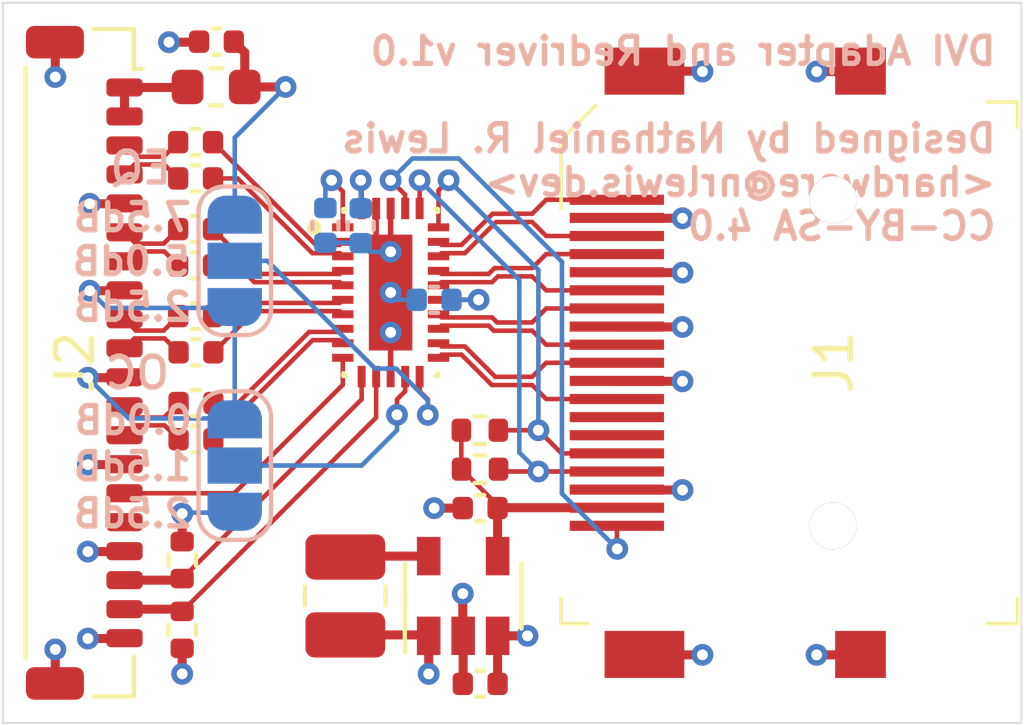
<source format=kicad_pcb>
(kicad_pcb (version 20171130) (host pcbnew 5.1.10)

  (general
    (thickness 1.6)
    (drawings 29)
    (tracks 288)
    (zones 0)
    (modules 26)
    (nets 42)
  )

  (page A4)
  (layers
    (0 F.Cu signal)
    (1 In1.Cu power hide)
    (2 In2.Cu power hide)
    (31 B.Cu signal)
    (32 B.Adhes user)
    (33 F.Adhes user)
    (34 B.Paste user)
    (35 F.Paste user)
    (36 B.SilkS user)
    (37 F.SilkS user)
    (38 B.Mask user)
    (39 F.Mask user)
    (40 Dwgs.User user)
    (41 Cmts.User user)
    (42 Eco1.User user)
    (43 Eco2.User user)
    (44 Edge.Cuts user)
    (45 Margin user)
    (46 B.CrtYd user)
    (47 F.CrtYd user)
    (48 B.Fab user)
    (49 F.Fab user)
  )

  (setup
    (last_trace_width 0.127)
    (user_trace_width 0.09)
    (user_trace_width 0.125984)
    (user_trace_width 0.127)
    (user_trace_width 0.1524)
    (trace_clearance 0.09)
    (zone_clearance 0.127)
    (zone_45_only no)
    (trace_min 0.09)
    (via_size 0.8)
    (via_drill 0.4)
    (via_min_size 0.4)
    (via_min_drill 0.2)
    (user_via 0.4 0.25)
    (user_via 0.6 0.3)
    (uvia_size 0.3)
    (uvia_drill 0.1)
    (uvias_allowed no)
    (uvia_min_size 0.2)
    (uvia_min_drill 0.1)
    (edge_width 0.05)
    (segment_width 0.2)
    (pcb_text_width 0.3)
    (pcb_text_size 1.5 1.5)
    (mod_edge_width 0.12)
    (mod_text_size 1 1)
    (mod_text_width 0.15)
    (pad_size 1.524 1.524)
    (pad_drill 0.762)
    (pad_to_mask_clearance 0)
    (aux_axis_origin 0 0)
    (visible_elements FFFFFF7F)
    (pcbplotparams
      (layerselection 0x010fc_ffffffff)
      (usegerberextensions true)
      (usegerberattributes false)
      (usegerberadvancedattributes false)
      (creategerberjobfile false)
      (excludeedgelayer true)
      (linewidth 0.100000)
      (plotframeref false)
      (viasonmask false)
      (mode 1)
      (useauxorigin false)
      (hpglpennumber 1)
      (hpglpenspeed 20)
      (hpglpendiameter 15.000000)
      (psnegative false)
      (psa4output false)
      (plotreference true)
      (plotvalue false)
      (plotinvisibletext false)
      (padsonsilk false)
      (subtractmaskfromsilk true)
      (outputformat 1)
      (mirror false)
      (drillshape 0)
      (scaleselection 1)
      (outputdirectory "Gerbers/ACORN-CLE-DVI-v1.0/"))
  )

  (net 0 "")
  (net 1 "Net-(J1-Pad14)")
  (net 2 "Net-(J1-Pad13)")
  (net 3 GND)
  (net 4 +5V)
  (net 5 /TMDS_OUT_CK-)
  (net 6 /TMDS_OUT_D2+)
  (net 7 /TMDS_OUT_D2-)
  (net 8 /TMDS_OUT_D1+)
  (net 9 /TMDS_OUT_D1-)
  (net 10 /TMDS_OUT_D0+)
  (net 11 /TMDS_OUT_D0-)
  (net 12 /TMDS_OUT_CK+)
  (net 13 +3V3)
  (net 14 /HPD_SINK)
  (net 15 /SDA_SINK)
  (net 16 /SCL_SINK)
  (net 17 /SCL_SOURCE)
  (net 18 /SDA_SOURCE)
  (net 19 "Net-(J2-Pad16)")
  (net 20 /HPD_SOURCE)
  (net 21 /LVDS_IN_CK-)
  (net 22 /LVDS_IN_CK+)
  (net 23 /LVDS_IN_D0-)
  (net 24 /LVDS_IN_D0+)
  (net 25 /LVDS_IN_D1-)
  (net 26 /LVDS_IN_D1+)
  (net 27 /LVDS_IN_D2-)
  (net 28 /LVDS_IN_D2+)
  (net 29 /TMDS_IN_CK-)
  (net 30 /TMDS_IN_CK+)
  (net 31 /TMDS_IN_D0-)
  (net 32 /TMDS_IN_D0+)
  (net 33 /TMDS_IN_D1-)
  (net 34 /TMDS_IN_D1+)
  (net 35 /TMDS_IN_D2-)
  (net 36 /TMDS_IN_D2+)
  (net 37 "Net-(C9-Pad1)")
  (net 38 "Net-(FB1-Pad2)")
  (net 39 "Net-(L1-Pad1)")
  (net 40 EQ)
  (net 41 OC)

  (net_class Default "This is the default net class."
    (clearance 0.09)
    (trace_width 0.25)
    (via_dia 0.8)
    (via_drill 0.4)
    (uvia_dia 0.3)
    (uvia_drill 0.1)
    (add_net +3V3)
    (add_net +5V)
    (add_net /HPD_SINK)
    (add_net /HPD_SOURCE)
    (add_net /SCL_SINK)
    (add_net /SCL_SOURCE)
    (add_net /SDA_SINK)
    (add_net /SDA_SOURCE)
    (add_net EQ)
    (add_net GND)
    (add_net "Net-(C9-Pad1)")
    (add_net "Net-(FB1-Pad2)")
    (add_net "Net-(J1-Pad13)")
    (add_net "Net-(J1-Pad14)")
    (add_net "Net-(J2-Pad16)")
    (add_net "Net-(L1-Pad1)")
    (add_net OC)
  )

  (net_class TMDS ""
    (clearance 0.09)
    (trace_width 0.1016)
    (via_dia 0.4)
    (via_drill 0.25)
    (uvia_dia 0.3)
    (uvia_drill 0.1)
    (diff_pair_width 0.125984)
    (diff_pair_gap 0.1016)
    (add_net /LVDS_IN_CK+)
    (add_net /LVDS_IN_CK-)
    (add_net /LVDS_IN_D0+)
    (add_net /LVDS_IN_D0-)
    (add_net /LVDS_IN_D1+)
    (add_net /LVDS_IN_D1-)
    (add_net /LVDS_IN_D2+)
    (add_net /LVDS_IN_D2-)
    (add_net /TMDS_IN_CK+)
    (add_net /TMDS_IN_CK-)
    (add_net /TMDS_IN_D0+)
    (add_net /TMDS_IN_D0-)
    (add_net /TMDS_IN_D1+)
    (add_net /TMDS_IN_D1-)
    (add_net /TMDS_IN_D2+)
    (add_net /TMDS_IN_D2-)
    (add_net /TMDS_OUT_CK+)
    (add_net /TMDS_OUT_CK-)
    (add_net /TMDS_OUT_D0+)
    (add_net /TMDS_OUT_D0-)
    (add_net /TMDS_OUT_D1+)
    (add_net /TMDS_OUT_D1-)
    (add_net /TMDS_OUT_D2+)
    (add_net /TMDS_OUT_D2-)
  )

  (module Jumper:SolderJumper-3_P1.3mm_Open_RoundedPad1.0x1.5mm_NumberLabels (layer B.Cu) (tedit 5B391ED1) (tstamp 613DAF34)
    (at 146.15 106.275 270)
    (descr "SMD Solder 3-pad Jumper, 1x1.5mm rounded Pads, 0.3mm gap, open, labeled with numbers")
    (tags "solder jumper open")
    (path /613E2C53)
    (attr virtual)
    (fp_text reference JP2 (at -2.775 0 180) (layer B.SilkS) hide
      (effects (font (size 0.85 0.85) (thickness 0.15)) (justify mirror))
    )
    (fp_text value Pre-emphasis (at 0 -1.9 90) (layer B.Fab) hide
      (effects (font (size 1 1) (thickness 0.15)) (justify mirror))
    )
    (fp_arc (start -1.35 0.3) (end -1.35 1) (angle 90) (layer B.SilkS) (width 0.12))
    (fp_arc (start -1.35 -0.3) (end -2.05 -0.3) (angle 90) (layer B.SilkS) (width 0.12))
    (fp_arc (start 1.35 -0.3) (end 1.35 -1) (angle 90) (layer B.SilkS) (width 0.12))
    (fp_arc (start 1.35 0.3) (end 2.05 0.3) (angle 90) (layer B.SilkS) (width 0.12))
    (fp_text user 0.0dB (at -1.25 2.8 180) (layer B.SilkS)
      (effects (font (size 0.75 0.75) (thickness 0.15)) (justify mirror))
    )
    (fp_text user 2.5dB (at 1.325 2.825 180) (layer B.SilkS)
      (effects (font (size 0.75 0.75) (thickness 0.15)) (justify mirror))
    )
    (fp_line (start -2.05 -0.3) (end -2.05 0.3) (layer B.SilkS) (width 0.12))
    (fp_line (start 1.4 -1) (end -1.4 -1) (layer B.SilkS) (width 0.12))
    (fp_line (start 2.05 0.3) (end 2.05 -0.3) (layer B.SilkS) (width 0.12))
    (fp_line (start -1.4 1) (end 1.4 1) (layer B.SilkS) (width 0.12))
    (fp_line (start -2.3 1.25) (end 2.3 1.25) (layer B.CrtYd) (width 0.05))
    (fp_line (start -2.3 1.25) (end -2.3 -1.25) (layer B.CrtYd) (width 0.05))
    (fp_line (start 2.3 -1.25) (end 2.3 1.25) (layer B.CrtYd) (width 0.05))
    (fp_line (start 2.3 -1.25) (end -2.3 -1.25) (layer B.CrtYd) (width 0.05))
    (pad 2 smd rect (at 0 0 270) (size 1 1.5) (layers B.Cu B.Mask)
      (net 41 OC))
    (pad 3 smd custom (at 1.3 0 270) (size 1 0.5) (layers B.Cu B.Mask)
      (net 13 +3V3) (zone_connect 2)
      (options (clearance outline) (anchor rect))
      (primitives
        (gr_circle (center 0 -0.25) (end 0.5 -0.25) (width 0))
        (gr_circle (center 0 0.25) (end 0.5 0.25) (width 0))
        (gr_poly (pts
           (xy -0.55 0.75) (xy 0 0.75) (xy 0 -0.75) (xy -0.55 -0.75)) (width 0))
      ))
    (pad 1 smd custom (at -1.3 0 270) (size 1 0.5) (layers B.Cu B.Mask)
      (net 3 GND) (zone_connect 2)
      (options (clearance outline) (anchor rect))
      (primitives
        (gr_circle (center 0 -0.25) (end 0.5 -0.25) (width 0))
        (gr_circle (center 0 0.25) (end 0.5 0.25) (width 0))
        (gr_poly (pts
           (xy 0.55 0.75) (xy 0 0.75) (xy 0 -0.75) (xy 0.55 -0.75)) (width 0))
      ))
  )

  (module Jumper:SolderJumper-3_P1.3mm_Open_RoundedPad1.0x1.5mm_NumberLabels (layer B.Cu) (tedit 5B391ED1) (tstamp 613DAF1F)
    (at 146.15 100.625 270)
    (descr "SMD Solder 3-pad Jumper, 1x1.5mm rounded Pads, 0.3mm gap, open, labeled with numbers")
    (tags "solder jumper open")
    (path /613E1D73)
    (attr virtual)
    (fp_text reference JP1 (at -2.775 0 180) (layer B.SilkS) hide
      (effects (font (size 0.85 0.85) (thickness 0.15)) (justify mirror))
    )
    (fp_text value Equalization (at 0 -1.9 90) (layer B.Fab) hide
      (effects (font (size 1 1) (thickness 0.15)) (justify mirror))
    )
    (fp_arc (start -1.35 0.3) (end -1.35 1) (angle 90) (layer B.SilkS) (width 0.12))
    (fp_arc (start -1.35 -0.3) (end -2.05 -0.3) (angle 90) (layer B.SilkS) (width 0.12))
    (fp_arc (start 1.35 -0.3) (end 1.35 -1) (angle 90) (layer B.SilkS) (width 0.12))
    (fp_arc (start 1.35 0.3) (end 2.05 0.3) (angle 90) (layer B.SilkS) (width 0.12))
    (fp_text user 7.5dB (at -1.2 2.825 180) (layer B.SilkS)
      (effects (font (size 0.75 0.75) (thickness 0.15)) (justify mirror))
    )
    (fp_text user 2.5dB (at 1.275 2.825 180) (layer B.SilkS)
      (effects (font (size 0.75 0.75) (thickness 0.15)) (justify mirror))
    )
    (fp_line (start -2.05 -0.3) (end -2.05 0.3) (layer B.SilkS) (width 0.12))
    (fp_line (start 1.4 -1) (end -1.4 -1) (layer B.SilkS) (width 0.12))
    (fp_line (start 2.05 0.3) (end 2.05 -0.3) (layer B.SilkS) (width 0.12))
    (fp_line (start -1.4 1) (end 1.4 1) (layer B.SilkS) (width 0.12))
    (fp_line (start -2.3 1.25) (end 2.3 1.25) (layer B.CrtYd) (width 0.05))
    (fp_line (start -2.3 1.25) (end -2.3 -1.25) (layer B.CrtYd) (width 0.05))
    (fp_line (start 2.3 -1.25) (end 2.3 1.25) (layer B.CrtYd) (width 0.05))
    (fp_line (start 2.3 -1.25) (end -2.3 -1.25) (layer B.CrtYd) (width 0.05))
    (pad 2 smd rect (at 0 0 270) (size 1 1.5) (layers B.Cu B.Mask)
      (net 40 EQ))
    (pad 3 smd custom (at 1.3 0 270) (size 1 0.5) (layers B.Cu B.Mask)
      (net 3 GND) (zone_connect 2)
      (options (clearance outline) (anchor rect))
      (primitives
        (gr_circle (center 0 -0.25) (end 0.5 -0.25) (width 0))
        (gr_circle (center 0 0.25) (end 0.5 0.25) (width 0))
        (gr_poly (pts
           (xy -0.55 0.75) (xy 0 0.75) (xy 0 -0.75) (xy -0.55 -0.75)) (width 0))
      ))
    (pad 1 smd custom (at -1.3 0 270) (size 1 0.5) (layers B.Cu B.Mask)
      (net 13 +3V3) (zone_connect 2)
      (options (clearance outline) (anchor rect))
      (primitives
        (gr_circle (center 0 -0.25) (end 0.5 -0.25) (width 0))
        (gr_circle (center 0 0.25) (end 0.5 0.25) (width 0))
        (gr_poly (pts
           (xy 0.55 0.75) (xy 0 0.75) (xy 0 -0.75) (xy 0.55 -0.75)) (width 0))
      ))
  )

  (module Resistor_SMD:R_0402_1005Metric (layer F.Cu) (tedit 5F68FEEE) (tstamp 613CDDF7)
    (at 152.915 106.375)
    (descr "Resistor SMD 0402 (1005 Metric), square (rectangular) end terminal, IPC_7351 nominal, (Body size source: IPC-SM-782 page 72, https://www.pcb-3d.com/wordpress/wp-content/uploads/ipc-sm-782a_amendment_1_and_2.pdf), generated with kicad-footprint-generator")
    (tags resistor)
    (path /6141EDD5)
    (attr smd)
    (fp_text reference R4 (at 0 -1.17) (layer F.SilkS) hide
      (effects (font (size 1 1) (thickness 0.15)))
    )
    (fp_text value 2K2 (at 0 1.17) (layer F.Fab) hide
      (effects (font (size 1 1) (thickness 0.15)))
    )
    (fp_line (start 0.93 0.47) (end -0.93 0.47) (layer F.CrtYd) (width 0.05))
    (fp_line (start 0.93 -0.47) (end 0.93 0.47) (layer F.CrtYd) (width 0.05))
    (fp_line (start -0.93 -0.47) (end 0.93 -0.47) (layer F.CrtYd) (width 0.05))
    (fp_line (start -0.93 0.47) (end -0.93 -0.47) (layer F.CrtYd) (width 0.05))
    (fp_line (start -0.153641 0.38) (end 0.153641 0.38) (layer F.SilkS) (width 0.12))
    (fp_line (start -0.153641 -0.38) (end 0.153641 -0.38) (layer F.SilkS) (width 0.12))
    (fp_line (start 0.525 0.27) (end -0.525 0.27) (layer F.Fab) (width 0.1))
    (fp_line (start 0.525 -0.27) (end 0.525 0.27) (layer F.Fab) (width 0.1))
    (fp_line (start -0.525 -0.27) (end 0.525 -0.27) (layer F.Fab) (width 0.1))
    (fp_line (start -0.525 0.27) (end -0.525 -0.27) (layer F.Fab) (width 0.1))
    (fp_text user %R (at 0 0) (layer F.Fab)
      (effects (font (size 0.26 0.26) (thickness 0.04)))
    )
    (pad 2 smd roundrect (at 0.51 0) (size 0.54 0.64) (layers F.Cu F.Paste F.Mask) (roundrect_rratio 0.25)
      (net 15 /SDA_SINK))
    (pad 1 smd roundrect (at -0.51 0) (size 0.54 0.64) (layers F.Cu F.Paste F.Mask) (roundrect_rratio 0.25)
      (net 4 +5V))
    (model ${KISYS3DMOD}/Resistor_SMD.3dshapes/R_0402_1005Metric.wrl
      (at (xyz 0 0 0))
      (scale (xyz 1 1 1))
      (rotate (xyz 0 0 0))
    )
  )

  (module Resistor_SMD:R_0402_1005Metric (layer F.Cu) (tedit 5F68FEEE) (tstamp 613CD758)
    (at 152.91 105.3)
    (descr "Resistor SMD 0402 (1005 Metric), square (rectangular) end terminal, IPC_7351 nominal, (Body size source: IPC-SM-782 page 72, https://www.pcb-3d.com/wordpress/wp-content/uploads/ipc-sm-782a_amendment_1_and_2.pdf), generated with kicad-footprint-generator")
    (tags resistor)
    (path /614118DC)
    (attr smd)
    (fp_text reference R3 (at 0 -1.17) (layer F.SilkS) hide
      (effects (font (size 1 1) (thickness 0.15)))
    )
    (fp_text value 2K2 (at 0 1.17) (layer F.Fab) hide
      (effects (font (size 1 1) (thickness 0.15)))
    )
    (fp_line (start 0.93 0.47) (end -0.93 0.47) (layer F.CrtYd) (width 0.05))
    (fp_line (start 0.93 -0.47) (end 0.93 0.47) (layer F.CrtYd) (width 0.05))
    (fp_line (start -0.93 -0.47) (end 0.93 -0.47) (layer F.CrtYd) (width 0.05))
    (fp_line (start -0.93 0.47) (end -0.93 -0.47) (layer F.CrtYd) (width 0.05))
    (fp_line (start -0.153641 0.38) (end 0.153641 0.38) (layer F.SilkS) (width 0.12))
    (fp_line (start -0.153641 -0.38) (end 0.153641 -0.38) (layer F.SilkS) (width 0.12))
    (fp_line (start 0.525 0.27) (end -0.525 0.27) (layer F.Fab) (width 0.1))
    (fp_line (start 0.525 -0.27) (end 0.525 0.27) (layer F.Fab) (width 0.1))
    (fp_line (start -0.525 -0.27) (end 0.525 -0.27) (layer F.Fab) (width 0.1))
    (fp_line (start -0.525 0.27) (end -0.525 -0.27) (layer F.Fab) (width 0.1))
    (fp_text user %R (at 0 0) (layer F.Fab)
      (effects (font (size 0.26 0.26) (thickness 0.04)))
    )
    (pad 2 smd roundrect (at 0.51 0) (size 0.54 0.64) (layers F.Cu F.Paste F.Mask) (roundrect_rratio 0.25)
      (net 16 /SCL_SINK))
    (pad 1 smd roundrect (at -0.51 0) (size 0.54 0.64) (layers F.Cu F.Paste F.Mask) (roundrect_rratio 0.25)
      (net 4 +5V))
    (model ${KISYS3DMOD}/Resistor_SMD.3dshapes/R_0402_1005Metric.wrl
      (at (xyz 0 0 0))
      (scale (xyz 1 1 1))
      (rotate (xyz 0 0 0))
    )
  )

  (module Resistor_SMD:R_0402_1005Metric (layer F.Cu) (tedit 5F68FEEE) (tstamp 613CD747)
    (at 144.7 108.885 270)
    (descr "Resistor SMD 0402 (1005 Metric), square (rectangular) end terminal, IPC_7351 nominal, (Body size source: IPC-SM-782 page 72, https://www.pcb-3d.com/wordpress/wp-content/uploads/ipc-sm-782a_amendment_1_and_2.pdf), generated with kicad-footprint-generator")
    (tags resistor)
    (path /614539F6)
    (attr smd)
    (fp_text reference R2 (at 0 -1.17 90) (layer F.SilkS) hide
      (effects (font (size 1 1) (thickness 0.15)))
    )
    (fp_text value 2K2 (at 0 1.17 90) (layer F.Fab) hide
      (effects (font (size 1 1) (thickness 0.15)))
    )
    (fp_line (start 0.93 0.47) (end -0.93 0.47) (layer F.CrtYd) (width 0.05))
    (fp_line (start 0.93 -0.47) (end 0.93 0.47) (layer F.CrtYd) (width 0.05))
    (fp_line (start -0.93 -0.47) (end 0.93 -0.47) (layer F.CrtYd) (width 0.05))
    (fp_line (start -0.93 0.47) (end -0.93 -0.47) (layer F.CrtYd) (width 0.05))
    (fp_line (start -0.153641 0.38) (end 0.153641 0.38) (layer F.SilkS) (width 0.12))
    (fp_line (start -0.153641 -0.38) (end 0.153641 -0.38) (layer F.SilkS) (width 0.12))
    (fp_line (start 0.525 0.27) (end -0.525 0.27) (layer F.Fab) (width 0.1))
    (fp_line (start 0.525 -0.27) (end 0.525 0.27) (layer F.Fab) (width 0.1))
    (fp_line (start -0.525 -0.27) (end 0.525 -0.27) (layer F.Fab) (width 0.1))
    (fp_line (start -0.525 0.27) (end -0.525 -0.27) (layer F.Fab) (width 0.1))
    (fp_text user %R (at 0 0 90) (layer F.Fab)
      (effects (font (size 0.26 0.26) (thickness 0.04)))
    )
    (pad 2 smd roundrect (at 0.51 0 270) (size 0.54 0.64) (layers F.Cu F.Paste F.Mask) (roundrect_rratio 0.25)
      (net 18 /SDA_SOURCE))
    (pad 1 smd roundrect (at -0.51 0 270) (size 0.54 0.64) (layers F.Cu F.Paste F.Mask) (roundrect_rratio 0.25)
      (net 13 +3V3))
    (model ${KISYS3DMOD}/Resistor_SMD.3dshapes/R_0402_1005Metric.wrl
      (at (xyz 0 0 0))
      (scale (xyz 1 1 1))
      (rotate (xyz 0 0 0))
    )
  )

  (module Resistor_SMD:R_0402_1005Metric (layer F.Cu) (tedit 5F68FEEE) (tstamp 613CD736)
    (at 144.7 110.81 90)
    (descr "Resistor SMD 0402 (1005 Metric), square (rectangular) end terminal, IPC_7351 nominal, (Body size source: IPC-SM-782 page 72, https://www.pcb-3d.com/wordpress/wp-content/uploads/ipc-sm-782a_amendment_1_and_2.pdf), generated with kicad-footprint-generator")
    (tags resistor)
    (path /614539EE)
    (attr smd)
    (fp_text reference R1 (at 0 -1.17 90) (layer F.SilkS) hide
      (effects (font (size 1 1) (thickness 0.15)))
    )
    (fp_text value 2K2 (at 0 1.17 90) (layer F.Fab) hide
      (effects (font (size 1 1) (thickness 0.15)))
    )
    (fp_line (start 0.93 0.47) (end -0.93 0.47) (layer F.CrtYd) (width 0.05))
    (fp_line (start 0.93 -0.47) (end 0.93 0.47) (layer F.CrtYd) (width 0.05))
    (fp_line (start -0.93 -0.47) (end 0.93 -0.47) (layer F.CrtYd) (width 0.05))
    (fp_line (start -0.93 0.47) (end -0.93 -0.47) (layer F.CrtYd) (width 0.05))
    (fp_line (start -0.153641 0.38) (end 0.153641 0.38) (layer F.SilkS) (width 0.12))
    (fp_line (start -0.153641 -0.38) (end 0.153641 -0.38) (layer F.SilkS) (width 0.12))
    (fp_line (start 0.525 0.27) (end -0.525 0.27) (layer F.Fab) (width 0.1))
    (fp_line (start 0.525 -0.27) (end 0.525 0.27) (layer F.Fab) (width 0.1))
    (fp_line (start -0.525 -0.27) (end 0.525 -0.27) (layer F.Fab) (width 0.1))
    (fp_line (start -0.525 0.27) (end -0.525 -0.27) (layer F.Fab) (width 0.1))
    (fp_text user %R (at 0 0 90) (layer F.Fab)
      (effects (font (size 0.26 0.26) (thickness 0.04)))
    )
    (pad 2 smd roundrect (at 0.51 0 90) (size 0.54 0.64) (layers F.Cu F.Paste F.Mask) (roundrect_rratio 0.25)
      (net 17 /SCL_SOURCE))
    (pad 1 smd roundrect (at -0.51 0 90) (size 0.54 0.64) (layers F.Cu F.Paste F.Mask) (roundrect_rratio 0.25)
      (net 13 +3V3))
    (model ${KISYS3DMOD}/Resistor_SMD.3dshapes/R_0402_1005Metric.wrl
      (at (xyz 0 0 0))
      (scale (xyz 1 1 1))
      (rotate (xyz 0 0 0))
    )
  )

  (module Package_TO_SOT_SMD:SOT-23-5 (layer F.Cu) (tedit 5A02FF57) (tstamp 613CCD5C)
    (at 152.45 109.875 90)
    (descr "5-pin SOT23 package")
    (tags SOT-23-5)
    (path /616A3237)
    (attr smd)
    (fp_text reference U2 (at 0 -2.9 90) (layer F.SilkS) hide
      (effects (font (size 1 1) (thickness 0.15)))
    )
    (fp_text value XC9141 (at 0 2.9 90) (layer F.Fab) hide
      (effects (font (size 1 1) (thickness 0.15)))
    )
    (fp_line (start -0.9 1.61) (end 0.9 1.61) (layer F.SilkS) (width 0.12))
    (fp_line (start 0.9 -1.61) (end -1.55 -1.61) (layer F.SilkS) (width 0.12))
    (fp_line (start -1.9 -1.8) (end 1.9 -1.8) (layer F.CrtYd) (width 0.05))
    (fp_line (start 1.9 -1.8) (end 1.9 1.8) (layer F.CrtYd) (width 0.05))
    (fp_line (start 1.9 1.8) (end -1.9 1.8) (layer F.CrtYd) (width 0.05))
    (fp_line (start -1.9 1.8) (end -1.9 -1.8) (layer F.CrtYd) (width 0.05))
    (fp_line (start -0.9 -0.9) (end -0.25 -1.55) (layer F.Fab) (width 0.1))
    (fp_line (start 0.9 -1.55) (end -0.25 -1.55) (layer F.Fab) (width 0.1))
    (fp_line (start -0.9 -0.9) (end -0.9 1.55) (layer F.Fab) (width 0.1))
    (fp_line (start 0.9 1.55) (end -0.9 1.55) (layer F.Fab) (width 0.1))
    (fp_line (start 0.9 -1.55) (end 0.9 1.55) (layer F.Fab) (width 0.1))
    (fp_text user %R (at 0 0) (layer F.Fab)
      (effects (font (size 0.5 0.5) (thickness 0.075)))
    )
    (pad 5 smd rect (at 1.1 -0.95 90) (size 1.06 0.65) (layers F.Cu F.Paste F.Mask)
      (net 39 "Net-(L1-Pad1)"))
    (pad 4 smd rect (at 1.1 0.95 90) (size 1.06 0.65) (layers F.Cu F.Paste F.Mask)
      (net 4 +5V))
    (pad 3 smd rect (at -1.1 0.95 90) (size 1.06 0.65) (layers F.Cu F.Paste F.Mask)
      (net 13 +3V3))
    (pad 2 smd rect (at -1.1 0 90) (size 1.06 0.65) (layers F.Cu F.Paste F.Mask)
      (net 3 GND))
    (pad 1 smd rect (at -1.1 -0.95 90) (size 1.06 0.65) (layers F.Cu F.Paste F.Mask)
      (net 13 +3V3))
    (model ${KISYS3DMOD}/Package_TO_SOT_SMD.3dshapes/SOT-23-5.wrl
      (at (xyz 0 0 0))
      (scale (xyz 1 1 1))
      (rotate (xyz 0 0 0))
    )
  )

  (module Inductor_SMD:L_1008_2520Metric (layer F.Cu) (tedit 5F68FEF0) (tstamp 613CCD10)
    (at 149.2 109.875 270)
    (descr "Inductor SMD 1008 (2520 Metric), square (rectangular) end terminal, IPC_7351 nominal, (Body size source: https://ecsxtal.com/store/pdf/ECS-MPI2520-SMD-POWER-INDUCTOR.pdf), generated with kicad-footprint-generator")
    (tags inductor)
    (path /616DB086)
    (attr smd)
    (fp_text reference L1 (at 0 -2.05 90) (layer F.SilkS) hide
      (effects (font (size 1 1) (thickness 0.15)))
    )
    (fp_text value 4u7 (at 0 2.05 90) (layer F.Fab) hide
      (effects (font (size 1 1) (thickness 0.15)))
    )
    (fp_line (start -1.25 1) (end -1.25 -1) (layer F.Fab) (width 0.1))
    (fp_line (start -1.25 -1) (end 1.25 -1) (layer F.Fab) (width 0.1))
    (fp_line (start 1.25 -1) (end 1.25 1) (layer F.Fab) (width 0.1))
    (fp_line (start 1.25 1) (end -1.25 1) (layer F.Fab) (width 0.1))
    (fp_line (start -0.261252 -1.11) (end 0.261252 -1.11) (layer F.SilkS) (width 0.12))
    (fp_line (start -0.261252 1.11) (end 0.261252 1.11) (layer F.SilkS) (width 0.12))
    (fp_line (start -1.95 1.35) (end -1.95 -1.35) (layer F.CrtYd) (width 0.05))
    (fp_line (start -1.95 -1.35) (end 1.95 -1.35) (layer F.CrtYd) (width 0.05))
    (fp_line (start 1.95 -1.35) (end 1.95 1.35) (layer F.CrtYd) (width 0.05))
    (fp_line (start 1.95 1.35) (end -1.95 1.35) (layer F.CrtYd) (width 0.05))
    (fp_text user %R (at 0 0 90) (layer F.Fab)
      (effects (font (size 0.62 0.62) (thickness 0.09)))
    )
    (pad 2 smd roundrect (at 1.075 0 270) (size 1.25 2.2) (layers F.Cu F.Paste F.Mask) (roundrect_rratio 0.2)
      (net 13 +3V3))
    (pad 1 smd roundrect (at -1.075 0 270) (size 1.25 2.2) (layers F.Cu F.Paste F.Mask) (roundrect_rratio 0.2)
      (net 39 "Net-(L1-Pad1)"))
    (model ${KISYS3DMOD}/Inductor_SMD.3dshapes/L_1008_2520Metric.wrl
      (at (xyz 0 0 0))
      (scale (xyz 1 1 1))
      (rotate (xyz 0 0 0))
    )
  )

  (module Inductor_SMD:L_0603_1608Metric (layer F.Cu) (tedit 5F68FEF0) (tstamp 613CB12D)
    (at 145.6375 95.825 180)
    (descr "Inductor SMD 0603 (1608 Metric), square (rectangular) end terminal, IPC_7351 nominal, (Body size source: http://www.tortai-tech.com/upload/download/2011102023233369053.pdf), generated with kicad-footprint-generator")
    (tags inductor)
    (path /615E1533)
    (attr smd)
    (fp_text reference FB1 (at 0 -1.43) (layer F.SilkS) hide
      (effects (font (size 1 1) (thickness 0.15)))
    )
    (fp_text value Ferrite_Bead_Small (at 0 1.43) (layer F.Fab) hide
      (effects (font (size 1 1) (thickness 0.15)))
    )
    (fp_line (start -0.8 0.4) (end -0.8 -0.4) (layer F.Fab) (width 0.1))
    (fp_line (start -0.8 -0.4) (end 0.8 -0.4) (layer F.Fab) (width 0.1))
    (fp_line (start 0.8 -0.4) (end 0.8 0.4) (layer F.Fab) (width 0.1))
    (fp_line (start 0.8 0.4) (end -0.8 0.4) (layer F.Fab) (width 0.1))
    (fp_line (start -0.162779 -0.51) (end 0.162779 -0.51) (layer F.SilkS) (width 0.12))
    (fp_line (start -0.162779 0.51) (end 0.162779 0.51) (layer F.SilkS) (width 0.12))
    (fp_line (start -1.48 0.73) (end -1.48 -0.73) (layer F.CrtYd) (width 0.05))
    (fp_line (start -1.48 -0.73) (end 1.48 -0.73) (layer F.CrtYd) (width 0.05))
    (fp_line (start 1.48 -0.73) (end 1.48 0.73) (layer F.CrtYd) (width 0.05))
    (fp_line (start 1.48 0.73) (end -1.48 0.73) (layer F.CrtYd) (width 0.05))
    (fp_text user %R (at 0 0) (layer F.Fab)
      (effects (font (size 0.4 0.4) (thickness 0.06)))
    )
    (pad 2 smd roundrect (at 0.7875 0 180) (size 0.875 0.95) (layers F.Cu F.Paste F.Mask) (roundrect_rratio 0.25)
      (net 38 "Net-(FB1-Pad2)"))
    (pad 1 smd roundrect (at -0.7875 0 180) (size 0.875 0.95) (layers F.Cu F.Paste F.Mask) (roundrect_rratio 0.25)
      (net 13 +3V3))
    (model ${KISYS3DMOD}/Inductor_SMD.3dshapes/L_0603_1608Metric.wrl
      (at (xyz 0 0 0))
      (scale (xyz 1 1 1))
      (rotate (xyz 0 0 0))
    )
  )

  (module Capacitor_SMD:C_0402_1005Metric (layer F.Cu) (tedit 5F68FEEE) (tstamp 613CCCD4)
    (at 152.92 107.45 180)
    (descr "Capacitor SMD 0402 (1005 Metric), square (rectangular) end terminal, IPC_7351 nominal, (Body size source: IPC-SM-782 page 76, https://www.pcb-3d.com/wordpress/wp-content/uploads/ipc-sm-782a_amendment_1_and_2.pdf), generated with kicad-footprint-generator")
    (tags capacitor)
    (path /61663765)
    (attr smd)
    (fp_text reference C14 (at 0 -1.16) (layer F.SilkS) hide
      (effects (font (size 1 1) (thickness 0.15)))
    )
    (fp_text value 10u (at 0 1.16) (layer F.Fab) hide
      (effects (font (size 1 1) (thickness 0.15)))
    )
    (fp_line (start -0.5 0.25) (end -0.5 -0.25) (layer F.Fab) (width 0.1))
    (fp_line (start -0.5 -0.25) (end 0.5 -0.25) (layer F.Fab) (width 0.1))
    (fp_line (start 0.5 -0.25) (end 0.5 0.25) (layer F.Fab) (width 0.1))
    (fp_line (start 0.5 0.25) (end -0.5 0.25) (layer F.Fab) (width 0.1))
    (fp_line (start -0.107836 -0.36) (end 0.107836 -0.36) (layer F.SilkS) (width 0.12))
    (fp_line (start -0.107836 0.36) (end 0.107836 0.36) (layer F.SilkS) (width 0.12))
    (fp_line (start -0.91 0.46) (end -0.91 -0.46) (layer F.CrtYd) (width 0.05))
    (fp_line (start -0.91 -0.46) (end 0.91 -0.46) (layer F.CrtYd) (width 0.05))
    (fp_line (start 0.91 -0.46) (end 0.91 0.46) (layer F.CrtYd) (width 0.05))
    (fp_line (start 0.91 0.46) (end -0.91 0.46) (layer F.CrtYd) (width 0.05))
    (fp_text user %R (at 0 0) (layer F.Fab)
      (effects (font (size 0.25 0.25) (thickness 0.04)))
    )
    (pad 2 smd roundrect (at 0.48 0 180) (size 0.56 0.62) (layers F.Cu F.Paste F.Mask) (roundrect_rratio 0.25)
      (net 3 GND))
    (pad 1 smd roundrect (at -0.48 0 180) (size 0.56 0.62) (layers F.Cu F.Paste F.Mask) (roundrect_rratio 0.25)
      (net 4 +5V))
    (model ${KISYS3DMOD}/Capacitor_SMD.3dshapes/C_0402_1005Metric.wrl
      (at (xyz 0 0 0))
      (scale (xyz 1 1 1))
      (rotate (xyz 0 0 0))
    )
  )

  (module Capacitor_SMD:C_0402_1005Metric (layer F.Cu) (tedit 5F68FEEE) (tstamp 613CCCA1)
    (at 152.92 112.3 180)
    (descr "Capacitor SMD 0402 (1005 Metric), square (rectangular) end terminal, IPC_7351 nominal, (Body size source: IPC-SM-782 page 76, https://www.pcb-3d.com/wordpress/wp-content/uploads/ipc-sm-782a_amendment_1_and_2.pdf), generated with kicad-footprint-generator")
    (tags capacitor)
    (path /616B352D)
    (attr smd)
    (fp_text reference C13 (at 0 -1.16) (layer F.SilkS) hide
      (effects (font (size 1 1) (thickness 0.15)))
    )
    (fp_text value 10u (at 0 1.16) (layer F.Fab) hide
      (effects (font (size 1 1) (thickness 0.15)))
    )
    (fp_line (start -0.5 0.25) (end -0.5 -0.25) (layer F.Fab) (width 0.1))
    (fp_line (start -0.5 -0.25) (end 0.5 -0.25) (layer F.Fab) (width 0.1))
    (fp_line (start 0.5 -0.25) (end 0.5 0.25) (layer F.Fab) (width 0.1))
    (fp_line (start 0.5 0.25) (end -0.5 0.25) (layer F.Fab) (width 0.1))
    (fp_line (start -0.107836 -0.36) (end 0.107836 -0.36) (layer F.SilkS) (width 0.12))
    (fp_line (start -0.107836 0.36) (end 0.107836 0.36) (layer F.SilkS) (width 0.12))
    (fp_line (start -0.91 0.46) (end -0.91 -0.46) (layer F.CrtYd) (width 0.05))
    (fp_line (start -0.91 -0.46) (end 0.91 -0.46) (layer F.CrtYd) (width 0.05))
    (fp_line (start 0.91 -0.46) (end 0.91 0.46) (layer F.CrtYd) (width 0.05))
    (fp_line (start 0.91 0.46) (end -0.91 0.46) (layer F.CrtYd) (width 0.05))
    (fp_text user %R (at 0 0) (layer F.Fab)
      (effects (font (size 0.25 0.25) (thickness 0.04)))
    )
    (pad 2 smd roundrect (at 0.48 0 180) (size 0.56 0.62) (layers F.Cu F.Paste F.Mask) (roundrect_rratio 0.25)
      (net 3 GND))
    (pad 1 smd roundrect (at -0.48 0 180) (size 0.56 0.62) (layers F.Cu F.Paste F.Mask) (roundrect_rratio 0.25)
      (net 13 +3V3))
    (model ${KISYS3DMOD}/Capacitor_SMD.3dshapes/C_0402_1005Metric.wrl
      (at (xyz 0 0 0))
      (scale (xyz 1 1 1))
      (rotate (xyz 0 0 0))
    )
  )

  (module Capacitor_SMD:C_0402_1005Metric (layer B.Cu) (tedit 5F68FEEE) (tstamp 613D7D48)
    (at 151.65 101.7 180)
    (descr "Capacitor SMD 0402 (1005 Metric), square (rectangular) end terminal, IPC_7351 nominal, (Body size source: IPC-SM-782 page 76, https://www.pcb-3d.com/wordpress/wp-content/uploads/ipc-sm-782a_amendment_1_and_2.pdf), generated with kicad-footprint-generator")
    (tags capacitor)
    (path /615BDF6F)
    (attr smd)
    (fp_text reference C12 (at 0 1.16) (layer B.SilkS) hide
      (effects (font (size 1 1) (thickness 0.15)) (justify mirror))
    )
    (fp_text value 100n (at 0 -1.16) (layer B.Fab) hide
      (effects (font (size 1 1) (thickness 0.15)) (justify mirror))
    )
    (fp_line (start -0.5 -0.25) (end -0.5 0.25) (layer B.Fab) (width 0.1))
    (fp_line (start -0.5 0.25) (end 0.5 0.25) (layer B.Fab) (width 0.1))
    (fp_line (start 0.5 0.25) (end 0.5 -0.25) (layer B.Fab) (width 0.1))
    (fp_line (start 0.5 -0.25) (end -0.5 -0.25) (layer B.Fab) (width 0.1))
    (fp_line (start -0.107836 0.36) (end 0.107836 0.36) (layer B.SilkS) (width 0.12))
    (fp_line (start -0.107836 -0.36) (end 0.107836 -0.36) (layer B.SilkS) (width 0.12))
    (fp_line (start -0.91 -0.46) (end -0.91 0.46) (layer B.CrtYd) (width 0.05))
    (fp_line (start -0.91 0.46) (end 0.91 0.46) (layer B.CrtYd) (width 0.05))
    (fp_line (start 0.91 0.46) (end 0.91 -0.46) (layer B.CrtYd) (width 0.05))
    (fp_line (start 0.91 -0.46) (end -0.91 -0.46) (layer B.CrtYd) (width 0.05))
    (fp_text user %R (at 0 0) (layer B.Fab)
      (effects (font (size 0.25 0.25) (thickness 0.04)) (justify mirror))
    )
    (pad 2 smd roundrect (at 0.48 0 180) (size 0.56 0.62) (layers B.Cu B.Paste B.Mask) (roundrect_rratio 0.25)
      (net 3 GND))
    (pad 1 smd roundrect (at -0.48 0 180) (size 0.56 0.62) (layers B.Cu B.Paste B.Mask) (roundrect_rratio 0.25)
      (net 13 +3V3))
    (model ${KISYS3DMOD}/Capacitor_SMD.3dshapes/C_0402_1005Metric.wrl
      (at (xyz 0 0 0))
      (scale (xyz 1 1 1))
      (rotate (xyz 0 0 0))
    )
  )

  (module Capacitor_SMD:C_0402_1005Metric (layer B.Cu) (tedit 5F68FEEE) (tstamp 613D7ED8)
    (at 149.625 99.655 270)
    (descr "Capacitor SMD 0402 (1005 Metric), square (rectangular) end terminal, IPC_7351 nominal, (Body size source: IPC-SM-782 page 76, https://www.pcb-3d.com/wordpress/wp-content/uploads/ipc-sm-782a_amendment_1_and_2.pdf), generated with kicad-footprint-generator")
    (tags capacitor)
    (path /615BDB2B)
    (attr smd)
    (fp_text reference C11 (at 0 1.16 90) (layer B.SilkS) hide
      (effects (font (size 1 1) (thickness 0.15)) (justify mirror))
    )
    (fp_text value 100n (at 0 -1.16 90) (layer B.Fab) hide
      (effects (font (size 1 1) (thickness 0.15)) (justify mirror))
    )
    (fp_line (start -0.5 -0.25) (end -0.5 0.25) (layer B.Fab) (width 0.1))
    (fp_line (start -0.5 0.25) (end 0.5 0.25) (layer B.Fab) (width 0.1))
    (fp_line (start 0.5 0.25) (end 0.5 -0.25) (layer B.Fab) (width 0.1))
    (fp_line (start 0.5 -0.25) (end -0.5 -0.25) (layer B.Fab) (width 0.1))
    (fp_line (start -0.107836 0.36) (end 0.107836 0.36) (layer B.SilkS) (width 0.12))
    (fp_line (start -0.107836 -0.36) (end 0.107836 -0.36) (layer B.SilkS) (width 0.12))
    (fp_line (start -0.91 -0.46) (end -0.91 0.46) (layer B.CrtYd) (width 0.05))
    (fp_line (start -0.91 0.46) (end 0.91 0.46) (layer B.CrtYd) (width 0.05))
    (fp_line (start 0.91 0.46) (end 0.91 -0.46) (layer B.CrtYd) (width 0.05))
    (fp_line (start 0.91 -0.46) (end -0.91 -0.46) (layer B.CrtYd) (width 0.05))
    (fp_text user %R (at 0 0 90) (layer B.Fab)
      (effects (font (size 0.25 0.25) (thickness 0.04)) (justify mirror))
    )
    (pad 2 smd roundrect (at 0.48 0 270) (size 0.56 0.62) (layers B.Cu B.Paste B.Mask) (roundrect_rratio 0.25)
      (net 3 GND))
    (pad 1 smd roundrect (at -0.48 0 270) (size 0.56 0.62) (layers B.Cu B.Paste B.Mask) (roundrect_rratio 0.25)
      (net 13 +3V3))
    (model ${KISYS3DMOD}/Capacitor_SMD.3dshapes/C_0402_1005Metric.wrl
      (at (xyz 0 0 0))
      (scale (xyz 1 1 1))
      (rotate (xyz 0 0 0))
    )
  )

  (module Capacitor_SMD:C_0402_1005Metric (layer F.Cu) (tedit 5F68FEEE) (tstamp 613CB0D8)
    (at 145.645 94.575 180)
    (descr "Capacitor SMD 0402 (1005 Metric), square (rectangular) end terminal, IPC_7351 nominal, (Body size source: IPC-SM-782 page 76, https://www.pcb-3d.com/wordpress/wp-content/uploads/ipc-sm-782a_amendment_1_and_2.pdf), generated with kicad-footprint-generator")
    (tags capacitor)
    (path /615BD62D)
    (attr smd)
    (fp_text reference C10 (at 0 -1.16) (layer F.SilkS) hide
      (effects (font (size 1 1) (thickness 0.15)))
    )
    (fp_text value 10u (at 0 1.16) (layer F.Fab) hide
      (effects (font (size 1 1) (thickness 0.15)))
    )
    (fp_line (start -0.5 0.25) (end -0.5 -0.25) (layer F.Fab) (width 0.1))
    (fp_line (start -0.5 -0.25) (end 0.5 -0.25) (layer F.Fab) (width 0.1))
    (fp_line (start 0.5 -0.25) (end 0.5 0.25) (layer F.Fab) (width 0.1))
    (fp_line (start 0.5 0.25) (end -0.5 0.25) (layer F.Fab) (width 0.1))
    (fp_line (start -0.107836 -0.36) (end 0.107836 -0.36) (layer F.SilkS) (width 0.12))
    (fp_line (start -0.107836 0.36) (end 0.107836 0.36) (layer F.SilkS) (width 0.12))
    (fp_line (start -0.91 0.46) (end -0.91 -0.46) (layer F.CrtYd) (width 0.05))
    (fp_line (start -0.91 -0.46) (end 0.91 -0.46) (layer F.CrtYd) (width 0.05))
    (fp_line (start 0.91 -0.46) (end 0.91 0.46) (layer F.CrtYd) (width 0.05))
    (fp_line (start 0.91 0.46) (end -0.91 0.46) (layer F.CrtYd) (width 0.05))
    (fp_text user %R (at 0 0) (layer F.Fab)
      (effects (font (size 0.25 0.25) (thickness 0.04)))
    )
    (pad 2 smd roundrect (at 0.48 0 180) (size 0.56 0.62) (layers F.Cu F.Paste F.Mask) (roundrect_rratio 0.25)
      (net 3 GND))
    (pad 1 smd roundrect (at -0.48 0 180) (size 0.56 0.62) (layers F.Cu F.Paste F.Mask) (roundrect_rratio 0.25)
      (net 13 +3V3))
    (model ${KISYS3DMOD}/Capacitor_SMD.3dshapes/C_0402_1005Metric.wrl
      (at (xyz 0 0 0))
      (scale (xyz 1 1 1))
      (rotate (xyz 0 0 0))
    )
  )

  (module Capacitor_SMD:C_0402_1005Metric (layer B.Cu) (tedit 5F68FEEE) (tstamp 613CB0C7)
    (at 148.65 99.645 270)
    (descr "Capacitor SMD 0402 (1005 Metric), square (rectangular) end terminal, IPC_7351 nominal, (Body size source: IPC-SM-782 page 76, https://www.pcb-3d.com/wordpress/wp-content/uploads/ipc-sm-782a_amendment_1_and_2.pdf), generated with kicad-footprint-generator")
    (tags capacitor)
    (path /613C7E59)
    (attr smd)
    (fp_text reference C9 (at 0 1.16 270) (layer B.SilkS) hide
      (effects (font (size 1 1) (thickness 0.15)) (justify mirror))
    )
    (fp_text value 4u7 (at 0 -1.16 270) (layer B.Fab) hide
      (effects (font (size 1 1) (thickness 0.15)) (justify mirror))
    )
    (fp_line (start -0.5 -0.25) (end -0.5 0.25) (layer B.Fab) (width 0.1))
    (fp_line (start -0.5 0.25) (end 0.5 0.25) (layer B.Fab) (width 0.1))
    (fp_line (start 0.5 0.25) (end 0.5 -0.25) (layer B.Fab) (width 0.1))
    (fp_line (start 0.5 -0.25) (end -0.5 -0.25) (layer B.Fab) (width 0.1))
    (fp_line (start -0.107836 0.36) (end 0.107836 0.36) (layer B.SilkS) (width 0.12))
    (fp_line (start -0.107836 -0.36) (end 0.107836 -0.36) (layer B.SilkS) (width 0.12))
    (fp_line (start -0.91 -0.46) (end -0.91 0.46) (layer B.CrtYd) (width 0.05))
    (fp_line (start -0.91 0.46) (end 0.91 0.46) (layer B.CrtYd) (width 0.05))
    (fp_line (start 0.91 0.46) (end 0.91 -0.46) (layer B.CrtYd) (width 0.05))
    (fp_line (start 0.91 -0.46) (end -0.91 -0.46) (layer B.CrtYd) (width 0.05))
    (fp_text user %R (at 0 0 270) (layer B.Fab)
      (effects (font (size 0.25 0.25) (thickness 0.04)) (justify mirror))
    )
    (pad 2 smd roundrect (at 0.48 0 270) (size 0.56 0.62) (layers B.Cu B.Paste B.Mask) (roundrect_rratio 0.25)
      (net 3 GND))
    (pad 1 smd roundrect (at -0.48 0 270) (size 0.56 0.62) (layers B.Cu B.Paste B.Mask) (roundrect_rratio 0.25)
      (net 37 "Net-(C9-Pad1)"))
    (model ${KISYS3DMOD}/Capacitor_SMD.3dshapes/C_0402_1005Metric.wrl
      (at (xyz 0 0 0))
      (scale (xyz 1 1 1))
      (rotate (xyz 0 0 0))
    )
  )

  (module Capacitor_SMD:C_0402_1005Metric (layer F.Cu) (tedit 5F68FEEE) (tstamp 613C69CA)
    (at 145.08 105.55)
    (descr "Capacitor SMD 0402 (1005 Metric), square (rectangular) end terminal, IPC_7351 nominal, (Body size source: IPC-SM-782 page 76, https://www.pcb-3d.com/wordpress/wp-content/uploads/ipc-sm-782a_amendment_1_and_2.pdf), generated with kicad-footprint-generator")
    (tags capacitor)
    (path /613E71D1)
    (attr smd)
    (fp_text reference C8 (at 0 -1.16) (layer F.SilkS) hide
      (effects (font (size 1 1) (thickness 0.15)))
    )
    (fp_text value 100n (at 0 1.16) (layer F.Fab) hide
      (effects (font (size 1 1) (thickness 0.15)))
    )
    (fp_line (start -0.5 0.25) (end -0.5 -0.25) (layer F.Fab) (width 0.1))
    (fp_line (start -0.5 -0.25) (end 0.5 -0.25) (layer F.Fab) (width 0.1))
    (fp_line (start 0.5 -0.25) (end 0.5 0.25) (layer F.Fab) (width 0.1))
    (fp_line (start 0.5 0.25) (end -0.5 0.25) (layer F.Fab) (width 0.1))
    (fp_line (start -0.107836 -0.36) (end 0.107836 -0.36) (layer F.SilkS) (width 0.12))
    (fp_line (start -0.107836 0.36) (end 0.107836 0.36) (layer F.SilkS) (width 0.12))
    (fp_line (start -0.91 0.46) (end -0.91 -0.46) (layer F.CrtYd) (width 0.05))
    (fp_line (start -0.91 -0.46) (end 0.91 -0.46) (layer F.CrtYd) (width 0.05))
    (fp_line (start 0.91 -0.46) (end 0.91 0.46) (layer F.CrtYd) (width 0.05))
    (fp_line (start 0.91 0.46) (end -0.91 0.46) (layer F.CrtYd) (width 0.05))
    (fp_text user %R (at 0 0) (layer F.Fab)
      (effects (font (size 0.25 0.25) (thickness 0.04)))
    )
    (pad 1 smd roundrect (at -0.48 0) (size 0.56 0.62) (layers F.Cu F.Paste F.Mask) (roundrect_rratio 0.25)
      (net 21 /LVDS_IN_CK-))
    (pad 2 smd roundrect (at 0.48 0) (size 0.56 0.62) (layers F.Cu F.Paste F.Mask) (roundrect_rratio 0.25)
      (net 29 /TMDS_IN_CK-))
    (model ${KISYS3DMOD}/Capacitor_SMD.3dshapes/C_0402_1005Metric.wrl
      (at (xyz 0 0 0))
      (scale (xyz 1 1 1))
      (rotate (xyz 0 0 0))
    )
  )

  (module Capacitor_SMD:C_0402_1005Metric (layer F.Cu) (tedit 5F68FEEE) (tstamp 613C69B9)
    (at 145.08 104.55)
    (descr "Capacitor SMD 0402 (1005 Metric), square (rectangular) end terminal, IPC_7351 nominal, (Body size source: IPC-SM-782 page 76, https://www.pcb-3d.com/wordpress/wp-content/uploads/ipc-sm-782a_amendment_1_and_2.pdf), generated with kicad-footprint-generator")
    (tags capacitor)
    (path /613E71CB)
    (attr smd)
    (fp_text reference C7 (at 0 -1.16) (layer F.SilkS) hide
      (effects (font (size 1 1) (thickness 0.15)))
    )
    (fp_text value 100n (at 0 1.16) (layer F.Fab) hide
      (effects (font (size 1 1) (thickness 0.15)))
    )
    (fp_line (start -0.5 0.25) (end -0.5 -0.25) (layer F.Fab) (width 0.1))
    (fp_line (start -0.5 -0.25) (end 0.5 -0.25) (layer F.Fab) (width 0.1))
    (fp_line (start 0.5 -0.25) (end 0.5 0.25) (layer F.Fab) (width 0.1))
    (fp_line (start 0.5 0.25) (end -0.5 0.25) (layer F.Fab) (width 0.1))
    (fp_line (start -0.107836 -0.36) (end 0.107836 -0.36) (layer F.SilkS) (width 0.12))
    (fp_line (start -0.107836 0.36) (end 0.107836 0.36) (layer F.SilkS) (width 0.12))
    (fp_line (start -0.91 0.46) (end -0.91 -0.46) (layer F.CrtYd) (width 0.05))
    (fp_line (start -0.91 -0.46) (end 0.91 -0.46) (layer F.CrtYd) (width 0.05))
    (fp_line (start 0.91 -0.46) (end 0.91 0.46) (layer F.CrtYd) (width 0.05))
    (fp_line (start 0.91 0.46) (end -0.91 0.46) (layer F.CrtYd) (width 0.05))
    (fp_text user %R (at 0 0) (layer F.Fab)
      (effects (font (size 0.25 0.25) (thickness 0.04)))
    )
    (pad 1 smd roundrect (at -0.48 0) (size 0.56 0.62) (layers F.Cu F.Paste F.Mask) (roundrect_rratio 0.25)
      (net 22 /LVDS_IN_CK+))
    (pad 2 smd roundrect (at 0.48 0) (size 0.56 0.62) (layers F.Cu F.Paste F.Mask) (roundrect_rratio 0.25)
      (net 30 /TMDS_IN_CK+))
    (model ${KISYS3DMOD}/Capacitor_SMD.3dshapes/C_0402_1005Metric.wrl
      (at (xyz 0 0 0))
      (scale (xyz 1 1 1))
      (rotate (xyz 0 0 0))
    )
  )

  (module Capacitor_SMD:C_0402_1005Metric (layer F.Cu) (tedit 5F68FEEE) (tstamp 613C6F8E)
    (at 145.08 103.15)
    (descr "Capacitor SMD 0402 (1005 Metric), square (rectangular) end terminal, IPC_7351 nominal, (Body size source: IPC-SM-782 page 76, https://www.pcb-3d.com/wordpress/wp-content/uploads/ipc-sm-782a_amendment_1_and_2.pdf), generated with kicad-footprint-generator")
    (tags capacitor)
    (path /613E4DE6)
    (attr smd)
    (fp_text reference C6 (at 0 -1.16) (layer F.SilkS) hide
      (effects (font (size 1 1) (thickness 0.15)))
    )
    (fp_text value 100n (at 0 1.16) (layer F.Fab) hide
      (effects (font (size 1 1) (thickness 0.15)))
    )
    (fp_line (start -0.5 0.25) (end -0.5 -0.25) (layer F.Fab) (width 0.1))
    (fp_line (start -0.5 -0.25) (end 0.5 -0.25) (layer F.Fab) (width 0.1))
    (fp_line (start 0.5 -0.25) (end 0.5 0.25) (layer F.Fab) (width 0.1))
    (fp_line (start 0.5 0.25) (end -0.5 0.25) (layer F.Fab) (width 0.1))
    (fp_line (start -0.107836 -0.36) (end 0.107836 -0.36) (layer F.SilkS) (width 0.12))
    (fp_line (start -0.107836 0.36) (end 0.107836 0.36) (layer F.SilkS) (width 0.12))
    (fp_line (start -0.91 0.46) (end -0.91 -0.46) (layer F.CrtYd) (width 0.05))
    (fp_line (start -0.91 -0.46) (end 0.91 -0.46) (layer F.CrtYd) (width 0.05))
    (fp_line (start 0.91 -0.46) (end 0.91 0.46) (layer F.CrtYd) (width 0.05))
    (fp_line (start 0.91 0.46) (end -0.91 0.46) (layer F.CrtYd) (width 0.05))
    (fp_text user %R (at 0 0) (layer F.Fab)
      (effects (font (size 0.25 0.25) (thickness 0.04)))
    )
    (pad 1 smd roundrect (at -0.48 0) (size 0.56 0.62) (layers F.Cu F.Paste F.Mask) (roundrect_rratio 0.25)
      (net 23 /LVDS_IN_D0-))
    (pad 2 smd roundrect (at 0.48 0) (size 0.56 0.62) (layers F.Cu F.Paste F.Mask) (roundrect_rratio 0.25)
      (net 31 /TMDS_IN_D0-))
    (model ${KISYS3DMOD}/Capacitor_SMD.3dshapes/C_0402_1005Metric.wrl
      (at (xyz 0 0 0))
      (scale (xyz 1 1 1))
      (rotate (xyz 0 0 0))
    )
  )

  (module Capacitor_SMD:C_0402_1005Metric (layer F.Cu) (tedit 5F68FEEE) (tstamp 613C6997)
    (at 145.07 102.15)
    (descr "Capacitor SMD 0402 (1005 Metric), square (rectangular) end terminal, IPC_7351 nominal, (Body size source: IPC-SM-782 page 76, https://www.pcb-3d.com/wordpress/wp-content/uploads/ipc-sm-782a_amendment_1_and_2.pdf), generated with kicad-footprint-generator")
    (tags capacitor)
    (path /613E4DE0)
    (attr smd)
    (fp_text reference C5 (at 0 -1.16) (layer F.SilkS) hide
      (effects (font (size 1 1) (thickness 0.15)))
    )
    (fp_text value 100n (at 0 1.16) (layer F.Fab) hide
      (effects (font (size 1 1) (thickness 0.15)))
    )
    (fp_line (start -0.5 0.25) (end -0.5 -0.25) (layer F.Fab) (width 0.1))
    (fp_line (start -0.5 -0.25) (end 0.5 -0.25) (layer F.Fab) (width 0.1))
    (fp_line (start 0.5 -0.25) (end 0.5 0.25) (layer F.Fab) (width 0.1))
    (fp_line (start 0.5 0.25) (end -0.5 0.25) (layer F.Fab) (width 0.1))
    (fp_line (start -0.107836 -0.36) (end 0.107836 -0.36) (layer F.SilkS) (width 0.12))
    (fp_line (start -0.107836 0.36) (end 0.107836 0.36) (layer F.SilkS) (width 0.12))
    (fp_line (start -0.91 0.46) (end -0.91 -0.46) (layer F.CrtYd) (width 0.05))
    (fp_line (start -0.91 -0.46) (end 0.91 -0.46) (layer F.CrtYd) (width 0.05))
    (fp_line (start 0.91 -0.46) (end 0.91 0.46) (layer F.CrtYd) (width 0.05))
    (fp_line (start 0.91 0.46) (end -0.91 0.46) (layer F.CrtYd) (width 0.05))
    (fp_text user %R (at 0 0) (layer F.Fab)
      (effects (font (size 0.25 0.25) (thickness 0.04)))
    )
    (pad 1 smd roundrect (at -0.48 0) (size 0.56 0.62) (layers F.Cu F.Paste F.Mask) (roundrect_rratio 0.25)
      (net 24 /LVDS_IN_D0+))
    (pad 2 smd roundrect (at 0.48 0) (size 0.56 0.62) (layers F.Cu F.Paste F.Mask) (roundrect_rratio 0.25)
      (net 32 /TMDS_IN_D0+))
    (model ${KISYS3DMOD}/Capacitor_SMD.3dshapes/C_0402_1005Metric.wrl
      (at (xyz 0 0 0))
      (scale (xyz 1 1 1))
      (rotate (xyz 0 0 0))
    )
  )

  (module Capacitor_SMD:C_0402_1005Metric (layer F.Cu) (tedit 5F68FEEE) (tstamp 613DBBB0)
    (at 145.07 100.75)
    (descr "Capacitor SMD 0402 (1005 Metric), square (rectangular) end terminal, IPC_7351 nominal, (Body size source: IPC-SM-782 page 76, https://www.pcb-3d.com/wordpress/wp-content/uploads/ipc-sm-782a_amendment_1_and_2.pdf), generated with kicad-footprint-generator")
    (tags capacitor)
    (path /613E09D2)
    (attr smd)
    (fp_text reference C4 (at 0 -1.16) (layer F.SilkS) hide
      (effects (font (size 1 1) (thickness 0.15)))
    )
    (fp_text value 100n (at 0 1.16) (layer F.Fab) hide
      (effects (font (size 1 1) (thickness 0.15)))
    )
    (fp_line (start -0.5 0.25) (end -0.5 -0.25) (layer F.Fab) (width 0.1))
    (fp_line (start -0.5 -0.25) (end 0.5 -0.25) (layer F.Fab) (width 0.1))
    (fp_line (start 0.5 -0.25) (end 0.5 0.25) (layer F.Fab) (width 0.1))
    (fp_line (start 0.5 0.25) (end -0.5 0.25) (layer F.Fab) (width 0.1))
    (fp_line (start -0.107836 -0.36) (end 0.107836 -0.36) (layer F.SilkS) (width 0.12))
    (fp_line (start -0.107836 0.36) (end 0.107836 0.36) (layer F.SilkS) (width 0.12))
    (fp_line (start -0.91 0.46) (end -0.91 -0.46) (layer F.CrtYd) (width 0.05))
    (fp_line (start -0.91 -0.46) (end 0.91 -0.46) (layer F.CrtYd) (width 0.05))
    (fp_line (start 0.91 -0.46) (end 0.91 0.46) (layer F.CrtYd) (width 0.05))
    (fp_line (start 0.91 0.46) (end -0.91 0.46) (layer F.CrtYd) (width 0.05))
    (fp_text user %R (at 0 0) (layer F.Fab)
      (effects (font (size 0.25 0.25) (thickness 0.04)))
    )
    (pad 1 smd roundrect (at -0.48 0) (size 0.56 0.62) (layers F.Cu F.Paste F.Mask) (roundrect_rratio 0.25)
      (net 25 /LVDS_IN_D1-))
    (pad 2 smd roundrect (at 0.48 0) (size 0.56 0.62) (layers F.Cu F.Paste F.Mask) (roundrect_rratio 0.25)
      (net 33 /TMDS_IN_D1-))
    (model ${KISYS3DMOD}/Capacitor_SMD.3dshapes/C_0402_1005Metric.wrl
      (at (xyz 0 0 0))
      (scale (xyz 1 1 1))
      (rotate (xyz 0 0 0))
    )
  )

  (module Capacitor_SMD:C_0402_1005Metric (layer F.Cu) (tedit 5F68FEEE) (tstamp 613C6975)
    (at 145.07 99.75)
    (descr "Capacitor SMD 0402 (1005 Metric), square (rectangular) end terminal, IPC_7351 nominal, (Body size source: IPC-SM-782 page 76, https://www.pcb-3d.com/wordpress/wp-content/uploads/ipc-sm-782a_amendment_1_and_2.pdf), generated with kicad-footprint-generator")
    (tags capacitor)
    (path /613E09CC)
    (attr smd)
    (fp_text reference C3 (at 0 -1.16) (layer F.SilkS) hide
      (effects (font (size 1 1) (thickness 0.15)))
    )
    (fp_text value 100n (at 0 1.16) (layer F.Fab) hide
      (effects (font (size 1 1) (thickness 0.15)))
    )
    (fp_line (start -0.5 0.25) (end -0.5 -0.25) (layer F.Fab) (width 0.1))
    (fp_line (start -0.5 -0.25) (end 0.5 -0.25) (layer F.Fab) (width 0.1))
    (fp_line (start 0.5 -0.25) (end 0.5 0.25) (layer F.Fab) (width 0.1))
    (fp_line (start 0.5 0.25) (end -0.5 0.25) (layer F.Fab) (width 0.1))
    (fp_line (start -0.107836 -0.36) (end 0.107836 -0.36) (layer F.SilkS) (width 0.12))
    (fp_line (start -0.107836 0.36) (end 0.107836 0.36) (layer F.SilkS) (width 0.12))
    (fp_line (start -0.91 0.46) (end -0.91 -0.46) (layer F.CrtYd) (width 0.05))
    (fp_line (start -0.91 -0.46) (end 0.91 -0.46) (layer F.CrtYd) (width 0.05))
    (fp_line (start 0.91 -0.46) (end 0.91 0.46) (layer F.CrtYd) (width 0.05))
    (fp_line (start 0.91 0.46) (end -0.91 0.46) (layer F.CrtYd) (width 0.05))
    (fp_text user %R (at 0 0) (layer F.Fab)
      (effects (font (size 0.25 0.25) (thickness 0.04)))
    )
    (pad 1 smd roundrect (at -0.48 0) (size 0.56 0.62) (layers F.Cu F.Paste F.Mask) (roundrect_rratio 0.25)
      (net 26 /LVDS_IN_D1+))
    (pad 2 smd roundrect (at 0.48 0) (size 0.56 0.62) (layers F.Cu F.Paste F.Mask) (roundrect_rratio 0.25)
      (net 34 /TMDS_IN_D1+))
    (model ${KISYS3DMOD}/Capacitor_SMD.3dshapes/C_0402_1005Metric.wrl
      (at (xyz 0 0 0))
      (scale (xyz 1 1 1))
      (rotate (xyz 0 0 0))
    )
  )

  (module Capacitor_SMD:C_0402_1005Metric (layer F.Cu) (tedit 5F68FEEE) (tstamp 613C6964)
    (at 145.07 98.35)
    (descr "Capacitor SMD 0402 (1005 Metric), square (rectangular) end terminal, IPC_7351 nominal, (Body size source: IPC-SM-782 page 76, https://www.pcb-3d.com/wordpress/wp-content/uploads/ipc-sm-782a_amendment_1_and_2.pdf), generated with kicad-footprint-generator")
    (tags capacitor)
    (path /613D15AF)
    (attr smd)
    (fp_text reference C2 (at 0 -1.16) (layer F.SilkS) hide
      (effects (font (size 1 1) (thickness 0.15)))
    )
    (fp_text value 100n (at 0 1.16) (layer F.Fab) hide
      (effects (font (size 1 1) (thickness 0.15)))
    )
    (fp_line (start -0.5 0.25) (end -0.5 -0.25) (layer F.Fab) (width 0.1))
    (fp_line (start -0.5 -0.25) (end 0.5 -0.25) (layer F.Fab) (width 0.1))
    (fp_line (start 0.5 -0.25) (end 0.5 0.25) (layer F.Fab) (width 0.1))
    (fp_line (start 0.5 0.25) (end -0.5 0.25) (layer F.Fab) (width 0.1))
    (fp_line (start -0.107836 -0.36) (end 0.107836 -0.36) (layer F.SilkS) (width 0.12))
    (fp_line (start -0.107836 0.36) (end 0.107836 0.36) (layer F.SilkS) (width 0.12))
    (fp_line (start -0.91 0.46) (end -0.91 -0.46) (layer F.CrtYd) (width 0.05))
    (fp_line (start -0.91 -0.46) (end 0.91 -0.46) (layer F.CrtYd) (width 0.05))
    (fp_line (start 0.91 -0.46) (end 0.91 0.46) (layer F.CrtYd) (width 0.05))
    (fp_line (start 0.91 0.46) (end -0.91 0.46) (layer F.CrtYd) (width 0.05))
    (fp_text user %R (at 0 0) (layer F.Fab)
      (effects (font (size 0.25 0.25) (thickness 0.04)))
    )
    (pad 1 smd roundrect (at -0.48 0) (size 0.56 0.62) (layers F.Cu F.Paste F.Mask) (roundrect_rratio 0.25)
      (net 27 /LVDS_IN_D2-))
    (pad 2 smd roundrect (at 0.48 0) (size 0.56 0.62) (layers F.Cu F.Paste F.Mask) (roundrect_rratio 0.25)
      (net 35 /TMDS_IN_D2-))
    (model ${KISYS3DMOD}/Capacitor_SMD.3dshapes/C_0402_1005Metric.wrl
      (at (xyz 0 0 0))
      (scale (xyz 1 1 1))
      (rotate (xyz 0 0 0))
    )
  )

  (module Capacitor_SMD:C_0402_1005Metric (layer F.Cu) (tedit 5F68FEEE) (tstamp 613C6C9C)
    (at 145.07 97.35)
    (descr "Capacitor SMD 0402 (1005 Metric), square (rectangular) end terminal, IPC_7351 nominal, (Body size source: IPC-SM-782 page 76, https://www.pcb-3d.com/wordpress/wp-content/uploads/ipc-sm-782a_amendment_1_and_2.pdf), generated with kicad-footprint-generator")
    (tags capacitor)
    (path /613CAFB1)
    (attr smd)
    (fp_text reference C1 (at 0 -1.16) (layer F.SilkS) hide
      (effects (font (size 1 1) (thickness 0.15)))
    )
    (fp_text value 100n (at 0 1.16) (layer F.Fab) hide
      (effects (font (size 1 1) (thickness 0.15)))
    )
    (fp_line (start -0.5 0.25) (end -0.5 -0.25) (layer F.Fab) (width 0.1))
    (fp_line (start -0.5 -0.25) (end 0.5 -0.25) (layer F.Fab) (width 0.1))
    (fp_line (start 0.5 -0.25) (end 0.5 0.25) (layer F.Fab) (width 0.1))
    (fp_line (start 0.5 0.25) (end -0.5 0.25) (layer F.Fab) (width 0.1))
    (fp_line (start -0.107836 -0.36) (end 0.107836 -0.36) (layer F.SilkS) (width 0.12))
    (fp_line (start -0.107836 0.36) (end 0.107836 0.36) (layer F.SilkS) (width 0.12))
    (fp_line (start -0.91 0.46) (end -0.91 -0.46) (layer F.CrtYd) (width 0.05))
    (fp_line (start -0.91 -0.46) (end 0.91 -0.46) (layer F.CrtYd) (width 0.05))
    (fp_line (start 0.91 -0.46) (end 0.91 0.46) (layer F.CrtYd) (width 0.05))
    (fp_line (start 0.91 0.46) (end -0.91 0.46) (layer F.CrtYd) (width 0.05))
    (fp_text user %R (at 0 0) (layer F.Fab)
      (effects (font (size 0.25 0.25) (thickness 0.04)))
    )
    (pad 1 smd roundrect (at -0.48 0) (size 0.56 0.62) (layers F.Cu F.Paste F.Mask) (roundrect_rratio 0.25)
      (net 28 /LVDS_IN_D2+))
    (pad 2 smd roundrect (at 0.48 0) (size 0.56 0.62) (layers F.Cu F.Paste F.Mask) (roundrect_rratio 0.25)
      (net 36 /TMDS_IN_D2+))
    (model ${KISYS3DMOD}/Capacitor_SMD.3dshapes/C_0402_1005Metric.wrl
      (at (xyz 0 0 0))
      (scale (xyz 1 1 1))
      (rotate (xyz 0 0 0))
    )
  )

  (module ACORN-CLE-HDMI:Hirose_DF52-20S-0.8H_1x20-1MP_P0.80mm_Horizontal (layer F.Cu) (tedit 613BFBE2) (tstamp 613C8858)
    (at 142 103.439 270)
    (descr "Hirose  series connector, DF52-20S-0.8H (https://www.hirose.com/product/en/products/DF52/DF52-3S-0.8H%2821%29/), generated with kicad-footprint-generator")
    (tags "connector Hirose  horizontal")
    (path /614D47A7)
    (attr smd)
    (fp_text reference J2 (at 0.001 0.26 90) (layer F.SilkS)
      (effects (font (size 1 1) (thickness 0.15)))
    )
    (fp_text value Acorn (at 0 2.81 90) (layer F.Fab) hide
      (effects (font (size 1 1) (thickness 0.15)))
    )
    (fp_text user ${REFERENCE} (at 0 0.81 90) (layer F.Fab) hide
      (effects (font (size 1 1) (thickness 0.15)))
    )
    (fp_line (start -7.6 -0.552893) (end -7.1 -1.26) (layer F.Fab) (width 0.1))
    (fp_line (start -8.1 -1.26) (end -7.6 -0.552893) (layer F.Fab) (width 0.1))
    (fp_line (start 9.8 -2.11) (end -9.8 -2.11) (layer F.CrtYd) (width 0.05))
    (fp_line (start 9.8 2.11) (end 9.8 -2.11) (layer F.CrtYd) (width 0.05))
    (fp_line (start -9.8 2.11) (end 9.8 2.11) (layer F.CrtYd) (width 0.05))
    (fp_line (start -9.8 -2.11) (end -9.8 2.11) (layer F.CrtYd) (width 0.05))
    (fp_line (start 9.1 -1.26) (end 9.1 1.51) (layer F.Fab) (width 0.1))
    (fp_line (start -9.1 -1.26) (end -9.1 1.51) (layer F.Fab) (width 0.1))
    (fp_line (start -9.1 1.51) (end 9.1 1.51) (layer F.Fab) (width 0.1))
    (fp_line (start -8.14 1.62) (end 8.14 1.62) (layer F.SilkS) (width 0.12))
    (fp_line (start 9.21 -1.37) (end 8.11 -1.37) (layer F.SilkS) (width 0.12))
    (fp_line (start 9.21 -0.25) (end 9.21 -1.37) (layer F.SilkS) (width 0.12))
    (fp_line (start -8.11 -1.37) (end -8.11 -1.61) (layer F.SilkS) (width 0.12))
    (fp_line (start -9.21 -1.37) (end -8.11 -1.37) (layer F.SilkS) (width 0.12))
    (fp_line (start -9.21 -0.25) (end -9.21 -1.37) (layer F.SilkS) (width 0.12))
    (fp_line (start -9.1 -1.26) (end 9.1 -1.26) (layer F.Fab) (width 0.1))
    (pad MP smd roundrect (at 8.85 0.81 270) (size 0.9 1.6) (layers F.Cu F.Paste F.Mask) (roundrect_rratio 0.25)
      (net 3 GND))
    (pad MP smd roundrect (at -8.85 0.81 270) (size 0.9 1.6) (layers F.Cu F.Paste F.Mask) (roundrect_rratio 0.25)
      (net 3 GND))
    (pad 20 smd roundrect (at 7.6 -1.11 270) (size 0.5 1) (layers F.Cu F.Paste F.Mask) (roundrect_rratio 0.25)
      (net 3 GND))
    (pad 19 smd roundrect (at 6.8 -1.11 270) (size 0.5 1) (layers F.Cu F.Paste F.Mask) (roundrect_rratio 0.25)
      (net 17 /SCL_SOURCE))
    (pad 18 smd roundrect (at 6 -1.11 270) (size 0.5 1) (layers F.Cu F.Paste F.Mask) (roundrect_rratio 0.25)
      (net 18 /SDA_SOURCE))
    (pad 17 smd roundrect (at 5.2 -1.11 270) (size 0.5 1) (layers F.Cu F.Paste F.Mask) (roundrect_rratio 0.25)
      (net 3 GND))
    (pad 16 smd roundrect (at 4.4 -1.11 270) (size 0.5 1) (layers F.Cu F.Paste F.Mask) (roundrect_rratio 0.25)
      (net 19 "Net-(J2-Pad16)"))
    (pad 15 smd roundrect (at 3.6 -1.11 270) (size 0.5 1) (layers F.Cu F.Paste F.Mask) (roundrect_rratio 0.25)
      (net 20 /HPD_SOURCE))
    (pad 14 smd roundrect (at 2.8 -1.11 270) (size 0.5 1) (layers F.Cu F.Paste F.Mask) (roundrect_rratio 0.25)
      (net 3 GND))
    (pad 13 smd roundrect (at 2 -1.11 270) (size 0.5 1) (layers F.Cu F.Paste F.Mask) (roundrect_rratio 0.25)
      (net 21 /LVDS_IN_CK-))
    (pad 12 smd roundrect (at 1.2 -1.11 270) (size 0.5 1) (layers F.Cu F.Paste F.Mask) (roundrect_rratio 0.25)
      (net 22 /LVDS_IN_CK+))
    (pad 11 smd roundrect (at 0.4 -1.11 270) (size 0.5 1) (layers F.Cu F.Paste F.Mask) (roundrect_rratio 0.25)
      (net 3 GND))
    (pad 10 smd roundrect (at -0.4 -1.11 270) (size 0.5 1) (layers F.Cu F.Paste F.Mask) (roundrect_rratio 0.25)
      (net 23 /LVDS_IN_D0-))
    (pad 9 smd roundrect (at -1.2 -1.11 270) (size 0.5 1) (layers F.Cu F.Paste F.Mask) (roundrect_rratio 0.25)
      (net 24 /LVDS_IN_D0+))
    (pad 8 smd roundrect (at -2 -1.11 270) (size 0.5 1) (layers F.Cu F.Paste F.Mask) (roundrect_rratio 0.25)
      (net 3 GND))
    (pad 7 smd roundrect (at -2.8 -1.11 270) (size 0.5 1) (layers F.Cu F.Paste F.Mask) (roundrect_rratio 0.25)
      (net 25 /LVDS_IN_D1-))
    (pad 6 smd roundrect (at -3.6 -1.11 270) (size 0.5 1) (layers F.Cu F.Paste F.Mask) (roundrect_rratio 0.25)
      (net 26 /LVDS_IN_D1+))
    (pad 5 smd roundrect (at -4.4 -1.11 270) (size 0.5 1) (layers F.Cu F.Paste F.Mask) (roundrect_rratio 0.25)
      (net 3 GND))
    (pad 4 smd roundrect (at -5.2 -1.11 270) (size 0.5 1) (layers F.Cu F.Paste F.Mask) (roundrect_rratio 0.25)
      (net 27 /LVDS_IN_D2-))
    (pad 3 smd roundrect (at -6 -1.11 270) (size 0.5 1) (layers F.Cu F.Paste F.Mask) (roundrect_rratio 0.25)
      (net 28 /LVDS_IN_D2+))
    (pad 2 smd roundrect (at -6.8 -1.11 270) (size 0.5 1) (layers F.Cu F.Paste F.Mask) (roundrect_rratio 0.25)
      (net 38 "Net-(FB1-Pad2)"))
    (pad 1 smd roundrect (at -7.6 -1.11 270) (size 0.5 1) (layers F.Cu F.Paste F.Mask) (roundrect_rratio 0.25)
      (net 38 "Net-(FB1-Pad2)"))
    (model ${KICAD6_3DMODEL_DIR}/Connector_Hirose.3dshapes/Hirose_DF52-20S-0.8H_1x20-1MP_P0.80mm_Horizontal.wrl
      (at (xyz 0 0 0))
      (scale (xyz 1 1 1))
      (rotate (xyz 0 0 0))
    )
  )

  (module ACORN-CLE-HDMI:TQFN-30 (layer F.Cu) (tedit 613AA564) (tstamp 613C9AE4)
    (at 150.45 101.5)
    (path /613BB20C)
    (fp_text reference U1 (at 0.285 -4.5) (layer F.SilkS) hide
      (effects (font (size 1 1) (thickness 0.15)))
    )
    (fp_text value PI3HDX511D (at -0.5 -7.9) (layer F.Fab) hide
      (effects (font (size 1 1) (thickness 0.15)))
    )
    (fp_line (start 1.865 2.865) (end 1.865 -2.865) (layer F.CrtYd) (width 0.05))
    (fp_line (start -1.865 2.865) (end -1.865 -2.865) (layer F.CrtYd) (width 0.05))
    (fp_line (start -1.865 -2.865) (end 1.865 -2.865) (layer F.CrtYd) (width 0.05))
    (fp_line (start -1.865 2.865) (end 1.865 2.865) (layer F.CrtYd) (width 0.05))
    (fp_line (start -1.3 -2.3) (end -1.3 -2.23) (layer F.SilkS) (width 0.127))
    (fp_line (start -1.3 2.3) (end -1.3 2.23) (layer F.SilkS) (width 0.127))
    (fp_line (start 1.3 -2.3) (end 1.3 -2.23) (layer F.SilkS) (width 0.127))
    (fp_line (start 1.3 2.3) (end 1.3 2.23) (layer F.SilkS) (width 0.127))
    (fp_line (start -1.3 -2.3) (end -1.23 -2.3) (layer F.SilkS) (width 0.127))
    (fp_line (start -1.3 2.3) (end -1.23 2.3) (layer F.SilkS) (width 0.127))
    (fp_line (start 1.3 -2.3) (end 1.23 -2.3) (layer F.SilkS) (width 0.127))
    (fp_line (start 1.3 2.3) (end 1.23 2.3) (layer F.SilkS) (width 0.127))
    (fp_line (start -1.3 2.3) (end -1.3 -2.3) (layer F.Fab) (width 0.127))
    (fp_line (start 1.3 2.3) (end 1.3 -2.3) (layer F.Fab) (width 0.127))
    (fp_line (start 1.3 -2.3) (end -1.3 -2.3) (layer F.Fab) (width 0.127))
    (fp_line (start 1.3 2.3) (end -1.3 2.3) (layer F.Fab) (width 0.127))
    (fp_circle (center -2.11 -1.8) (end -2.01 -1.8) (layer F.Fab) (width 0.2))
    (fp_circle (center -2.11 -1.8) (end -2.01 -1.8) (layer F.SilkS) (width 0.2))
    (fp_poly (pts (xy -0.38 -1.01) (xy 0.38 -1.01) (xy 0.38 1.01) (xy -0.38 1.01)) (layer F.Paste) (width 0.01))
    (pad 31 smd rect (at 0 0) (size 1.2 3.2) (layers F.Cu F.Mask)
      (net 3 GND))
    (pad 25 smd roundrect (at 1.32 -1.8) (size 0.59 0.22) (layers F.Cu F.Paste F.Mask) (roundrect_rratio 0.03)
      (net 16 /SCL_SINK))
    (pad 24 smd roundrect (at 1.32 -1.4) (size 0.59 0.22) (layers F.Cu F.Paste F.Mask) (roundrect_rratio 0.03)
      (net 6 /TMDS_OUT_D2+))
    (pad 23 smd roundrect (at 1.32 -1) (size 0.59 0.22) (layers F.Cu F.Paste F.Mask) (roundrect_rratio 0.03)
      (net 7 /TMDS_OUT_D2-))
    (pad 22 smd roundrect (at 1.32 -0.6) (size 0.59 0.22) (layers F.Cu F.Paste F.Mask) (roundrect_rratio 0.03)
      (net 8 /TMDS_OUT_D1+))
    (pad 21 smd roundrect (at 1.32 -0.2) (size 0.59 0.22) (layers F.Cu F.Paste F.Mask) (roundrect_rratio 0.03)
      (net 9 /TMDS_OUT_D1-))
    (pad 20 smd roundrect (at 1.32 0.2) (size 0.59 0.22) (layers F.Cu F.Paste F.Mask) (roundrect_rratio 0.03)
      (net 13 +3V3))
    (pad 19 smd roundrect (at 1.32 0.6) (size 0.59 0.22) (layers F.Cu F.Paste F.Mask) (roundrect_rratio 0.03)
      (net 10 /TMDS_OUT_D0+))
    (pad 18 smd roundrect (at 1.32 1) (size 0.59 0.22) (layers F.Cu F.Paste F.Mask) (roundrect_rratio 0.03)
      (net 11 /TMDS_OUT_D0-))
    (pad 17 smd roundrect (at 1.32 1.4) (size 0.59 0.22) (layers F.Cu F.Paste F.Mask) (roundrect_rratio 0.03)
      (net 12 /TMDS_OUT_CK+))
    (pad 16 smd roundrect (at 1.32 1.8) (size 0.59 0.22) (layers F.Cu F.Paste F.Mask) (roundrect_rratio 0.03)
      (net 5 /TMDS_OUT_CK-))
    (pad 10 smd roundrect (at -1.32 1.8) (size 0.59 0.22) (layers F.Cu F.Paste F.Mask) (roundrect_rratio 0.03)
      (net 20 /HPD_SOURCE))
    (pad 9 smd roundrect (at -1.32 1.4) (size 0.59 0.22) (layers F.Cu F.Paste F.Mask) (roundrect_rratio 0.03)
      (net 29 /TMDS_IN_CK-))
    (pad 8 smd roundrect (at -1.32 1) (size 0.59 0.22) (layers F.Cu F.Paste F.Mask) (roundrect_rratio 0.03)
      (net 30 /TMDS_IN_CK+))
    (pad 7 smd roundrect (at -1.32 0.6) (size 0.59 0.22) (layers F.Cu F.Paste F.Mask) (roundrect_rratio 0.03)
      (net 31 /TMDS_IN_D0-))
    (pad 6 smd roundrect (at -1.32 0.2) (size 0.59 0.22) (layers F.Cu F.Paste F.Mask) (roundrect_rratio 0.03)
      (net 32 /TMDS_IN_D0+))
    (pad 5 smd roundrect (at -1.32 -0.2) (size 0.59 0.22) (layers F.Cu F.Paste F.Mask) (roundrect_rratio 0.03)
      (net 33 /TMDS_IN_D1-))
    (pad 4 smd roundrect (at -1.32 -0.6) (size 0.59 0.22) (layers F.Cu F.Paste F.Mask) (roundrect_rratio 0.03)
      (net 34 /TMDS_IN_D1+))
    (pad 3 smd roundrect (at -1.32 -1) (size 0.59 0.22) (layers F.Cu F.Paste F.Mask) (roundrect_rratio 0.03)
      (net 35 /TMDS_IN_D2-))
    (pad 2 smd roundrect (at -1.32 -1.4) (size 0.59 0.22) (layers F.Cu F.Paste F.Mask) (roundrect_rratio 0.03)
      (net 36 /TMDS_IN_D2+))
    (pad 1 smd roundrect (at -1.32 -1.8) (size 0.59 0.22) (layers F.Cu F.Paste F.Mask) (roundrect_rratio 0.03)
      (net 37 "Net-(C9-Pad1)"))
    (pad 30 smd roundrect (at -0.8 -2.32) (size 0.22 0.59) (layers F.Cu F.Paste F.Mask) (roundrect_rratio 0.03)
      (net 13 +3V3))
    (pad 29 smd roundrect (at -0.4 -2.32) (size 0.22 0.59) (layers F.Cu F.Paste F.Mask) (roundrect_rratio 0.03)
      (net 3 GND))
    (pad 28 smd roundrect (at 0 -2.32) (size 0.22 0.59) (layers F.Cu F.Paste F.Mask) (roundrect_rratio 0.03)
      (net 3 GND))
    (pad 27 smd roundrect (at 0.4 -2.32) (size 0.22 0.59) (layers F.Cu F.Paste F.Mask) (roundrect_rratio 0.03)
      (net 14 /HPD_SINK))
    (pad 26 smd roundrect (at 0.8 -2.32) (size 0.22 0.59) (layers F.Cu F.Paste F.Mask) (roundrect_rratio 0.03)
      (net 15 /SDA_SINK))
    (pad 15 smd roundrect (at 0.8 2.32) (size 0.22 0.59) (layers F.Cu F.Paste F.Mask) (roundrect_rratio 0.03)
      (net 40 EQ))
    (pad 14 smd roundrect (at 0.4 2.32) (size 0.22 0.59) (layers F.Cu F.Paste F.Mask) (roundrect_rratio 0.03)
      (net 41 OC))
    (pad 13 smd roundrect (at 0 2.32) (size 0.22 0.59) (layers F.Cu F.Paste F.Mask) (roundrect_rratio 0.03)
      (net 3 GND))
    (pad 12 smd roundrect (at -0.4 2.32) (size 0.22 0.59) (layers F.Cu F.Paste F.Mask) (roundrect_rratio 0.03)
      (net 17 /SCL_SOURCE))
    (pad 11 smd roundrect (at -0.8 2.32) (size 0.22 0.59) (layers F.Cu F.Paste F.Mask) (roundrect_rratio 0.03)
      (net 18 /SDA_SOURCE))
  )

  (module Digikey:HDMI_A_Female_2000-1-2-41-00-BK (layer F.Cu) (tedit 5D288F73) (tstamp 613B5A9E)
    (at 161.15 103.439 270)
    (descr http://media.digikey.com/pdf/Data%20Sheets/CNC%20Tech%20PDFs/HDMI_A_Female_2000-1-2-41-00-BK_Dwg.pdf)
    (path /613AE0C8)
    (attr smd)
    (fp_text reference J1 (at -0.009 -1.52 90) (layer F.SilkS)
      (effects (font (size 1 1) (thickness 0.15)))
    )
    (fp_text value HDMI_A (at -9.789 0 180) (layer F.Fab) hide
      (effects (font (size 1 1) (thickness 0.15)))
    )
    (fp_line (start 7 5.76) (end 7 -6.39) (layer F.Fab) (width 0.1))
    (fp_line (start 7 5.76) (end -6 5.76) (layer F.Fab) (width 0.1))
    (fp_line (start -7 4.75) (end -7 -6.39) (layer F.Fab) (width 0.1))
    (fp_line (start -7 -6.39) (end 7 -6.39) (layer F.Fab) (width 0.1))
    (fp_line (start -7 4.75) (end -6 5.75) (layer F.Fab) (width 0.1))
    (fp_line (start -7.2 -5.75) (end -7.2 -6.6) (layer F.SilkS) (width 0.1))
    (fp_line (start -7.2 -6.6) (end -6.5 -6.6) (layer F.SilkS) (width 0.1))
    (fp_line (start 6.5 -6.6) (end 7.2 -6.6) (layer F.SilkS) (width 0.1))
    (fp_line (start 7.2 -6.6) (end 7.2 -5.75) (layer F.SilkS) (width 0.1))
    (fp_line (start -4.25 6) (end -6.15 6) (layer F.SilkS) (width 0.1))
    (fp_line (start -6.15 6) (end -7.1 5.05) (layer F.SilkS) (width 0.1))
    (fp_line (start 7.2 5.25) (end 7.2 6) (layer F.SilkS) (width 0.1))
    (fp_line (start 7.2 6) (end 6.5 6) (layer F.SilkS) (width 0.1))
    (fp_line (start -9 -6.75) (end 9 -6.75) (layer F.CrtYd) (width 0.05))
    (fp_line (start 9 -6.75) (end 9 6.25) (layer F.CrtYd) (width 0.05))
    (fp_line (start 9 6.25) (end -9 6.25) (layer F.CrtYd) (width 0.05))
    (fp_line (start -9 6.25) (end -9 -6.75) (layer F.CrtYd) (width 0.05))
    (fp_text user REF** (at 0.05 0.1 90) (layer F.Fab)
      (effects (font (size 1 1) (thickness 0.15)))
    )
    (pad "" thru_hole circle (at 4.5 -1.5 270) (size 1.3 1.3) (drill 1.3) (layers *.Cu))
    (pad "" thru_hole circle (at -4.5 -1.5 270) (size 1.3 1.3) (drill 1.3) (layers *.Cu))
    (pad SH smd rect (at -8.05 -2.26 270) (size 1.3 1.4) (layers F.Cu F.Paste F.Mask)
      (net 3 GND))
    (pad SH smd rect (at 8.05 -2.26 270) (size 1.3 1.4) (layers F.Cu F.Paste F.Mask)
      (net 3 GND))
    (pad SH smd rect (at 8.05 3.7 270) (size 1.3 2.2) (layers F.Cu F.Paste F.Mask)
      (net 3 GND))
    (pad SH smd rect (at -8.05 3.7 270) (size 1.3 2.2) (layers F.Cu F.Paste F.Mask)
      (net 3 GND))
    (pad 19 smd rect (at 4.5 4.46 270) (size 0.28 2.6) (layers F.Cu F.Paste F.Mask)
      (net 14 /HPD_SINK))
    (pad 18 smd rect (at 4 4.46 270) (size 0.28 2.6) (layers F.Cu F.Paste F.Mask)
      (net 4 +5V))
    (pad 17 smd rect (at 3.5 4.46 270) (size 0.28 2.6) (layers F.Cu F.Paste F.Mask)
      (net 3 GND))
    (pad 16 smd rect (at 3 4.46 270) (size 0.28 2.6) (layers F.Cu F.Paste F.Mask)
      (net 15 /SDA_SINK))
    (pad 15 smd rect (at 2.5 4.46 270) (size 0.28 2.6) (layers F.Cu F.Paste F.Mask)
      (net 16 /SCL_SINK))
    (pad 14 smd rect (at 2 4.46 270) (size 0.28 2.6) (layers F.Cu F.Paste F.Mask)
      (net 1 "Net-(J1-Pad14)"))
    (pad 13 smd rect (at 1.5 4.46 270) (size 0.28 2.6) (layers F.Cu F.Paste F.Mask)
      (net 2 "Net-(J1-Pad13)"))
    (pad 12 smd rect (at 1 4.46 270) (size 0.28 2.6) (layers F.Cu F.Paste F.Mask)
      (net 5 /TMDS_OUT_CK-))
    (pad 11 smd rect (at 0.5 4.46 270) (size 0.28 2.6) (layers F.Cu F.Paste F.Mask)
      (net 3 GND))
    (pad 1 smd rect (at -4.5 4.46 270) (size 0.28 2.6) (layers F.Cu F.Paste F.Mask)
      (net 6 /TMDS_OUT_D2+))
    (pad 2 smd rect (at -4 4.46 270) (size 0.28 2.6) (layers F.Cu F.Paste F.Mask)
      (net 3 GND))
    (pad 3 smd rect (at -3.5 4.46 270) (size 0.28 2.6) (layers F.Cu F.Paste F.Mask)
      (net 7 /TMDS_OUT_D2-))
    (pad 4 smd rect (at -3 4.46 270) (size 0.28 2.6) (layers F.Cu F.Paste F.Mask)
      (net 8 /TMDS_OUT_D1+))
    (pad 5 smd rect (at -2.5 4.46 270) (size 0.28 2.6) (layers F.Cu F.Paste F.Mask)
      (net 3 GND))
    (pad 6 smd rect (at -2 4.46 270) (size 0.28 2.6) (layers F.Cu F.Paste F.Mask)
      (net 9 /TMDS_OUT_D1-))
    (pad 7 smd rect (at -1.5 4.46 270) (size 0.28 2.6) (layers F.Cu F.Paste F.Mask)
      (net 10 /TMDS_OUT_D0+))
    (pad 8 smd rect (at -1 4.46 270) (size 0.28 2.6) (layers F.Cu F.Paste F.Mask)
      (net 3 GND))
    (pad 9 smd rect (at -0.5 4.46 270) (size 0.28 2.6) (layers F.Cu F.Paste F.Mask)
      (net 11 /TMDS_OUT_D0-))
    (pad 10 smd rect (at 0 4.46 270) (size 0.28 2.6) (layers F.Cu F.Paste F.Mask)
      (net 12 /TMDS_OUT_CK+))
  )

  (gr_text OC (at 144.43 103.72) (layer B.SilkS) (tstamp 613DDC38)
    (effects (font (size 0.85 0.85) (thickness 0.15)) (justify left mirror))
  )
  (gr_text EQ (at 144.49 98.06) (layer B.SilkS)
    (effects (font (size 0.85 0.85) (thickness 0.15)) (justify left mirror))
  )
  (gr_text 1.5dB (at 145.03 106.3) (layer B.SilkS) (tstamp 613DC412)
    (effects (font (size 0.75 0.75) (thickness 0.15)) (justify left mirror))
  )
  (gr_text 5.0dB (at 145 100.64) (layer B.SilkS)
    (effects (font (size 0.75 0.75) (thickness 0.15)) (justify left mirror))
  )
  (gr_text "DVI Adapter and Redriver v1.0\n\nDesigned by Nathaniel R. Lewis\n<hardware@nrlewis.dev>\nCC-BY-SA 4.0" (at 167.22 97.25) (layer B.SilkS)
    (effects (font (size 0.75 0.75) (thickness 0.15)) (justify left mirror))
  )
  (gr_line (start 167.85 93.5) (end 139.75 93.5) (layer Edge.Cuts) (width 0.05) (tstamp 613C9DDD))
  (gr_line (start 167.85 113.375) (end 167.85 93.5) (layer Edge.Cuts) (width 0.05))
  (gr_line (start 140.6 113.375) (end 167.85 113.375) (layer Edge.Cuts) (width 0.05))
  (gr_line (start 139.75 113.375) (end 140.6 113.375) (layer Edge.Cuts) (width 0.05))
  (gr_line (start 139.75 93.725) (end 139.75 113.375) (layer Edge.Cuts) (width 0.05))
  (gr_line (start 139.75 93.5) (end 139.75 93.725) (layer Edge.Cuts) (width 0.05))
  (gr_line (start 167.85 93.5) (end 161.925 93.5) (layer Dwgs.User) (width 0.15) (tstamp 613C9DDC))
  (gr_line (start 167.85 110.825) (end 167.85 93.5) (layer Dwgs.User) (width 0.15))
  (gr_line (start 167.85 112.7) (end 167.85 110.825) (layer Dwgs.User) (width 0.15))
  (gr_line (start 167.85 113.375) (end 167.85 112.7) (layer Dwgs.User) (width 0.15))
  (gr_line (start 139.975 113.375) (end 167.85 113.375) (layer Dwgs.User) (width 0.15))
  (gr_line (start 139.75 113.375) (end 139.975 113.375) (layer Dwgs.User) (width 0.15))
  (gr_line (start 139.75 113.35) (end 139.75 113.375) (layer Dwgs.User) (width 0.15))
  (gr_line (start 139.75 113.325) (end 139.75 113.35) (layer Dwgs.User) (width 0.15))
  (gr_line (start 139.75 94.825) (end 139.75 113.325) (layer Dwgs.User) (width 0.15))
  (gr_line (start 139.75 94.375) (end 139.75 94.825) (layer Dwgs.User) (width 0.15))
  (gr_line (start 139.75 93.9) (end 139.75 94.375) (layer Dwgs.User) (width 0.15))
  (gr_line (start 139.75 93.5) (end 139.75 93.9) (layer Dwgs.User) (width 0.15))
  (gr_line (start 139.775 93.5) (end 139.75 93.5) (layer Dwgs.User) (width 0.15))
  (gr_line (start 142.1 93.5) (end 139.775 93.5) (layer Dwgs.User) (width 0.15))
  (gr_line (start 143.625 93.5) (end 142.1 93.5) (layer Dwgs.User) (width 0.15))
  (gr_line (start 147.325 93.5) (end 161.925 93.5) (layer Dwgs.User) (width 0.15))
  (gr_line (start 144.2 93.5) (end 147.325 93.5) (layer Dwgs.User) (width 0.15))
  (gr_line (start 143.625 93.5) (end 144.2 93.5) (layer Dwgs.User) (width 0.15))

  (via (at 150.45 102.6) (size 0.6) (drill 0.3) (layers F.Cu B.Cu) (net 3))
  (via (at 142.1 111.05) (size 0.6) (drill 0.3) (layers F.Cu B.Cu) (net 3))
  (via (at 141.2 111.35) (size 0.6) (drill 0.3) (layers F.Cu B.Cu) (net 3))
  (via (at 142.1 108.65) (size 0.6) (drill 0.3) (layers F.Cu B.Cu) (net 3))
  (via (at 142.1 106.25) (size 0.6) (drill 0.3) (layers F.Cu B.Cu) (net 3))
  (via (at 142.1 103.85) (size 0.6) (drill 0.3) (layers F.Cu B.Cu) (net 3))
  (via (at 142.15 101.45) (size 0.6) (drill 0.3) (layers F.Cu B.Cu) (net 3))
  (via (at 142.15 99.05) (size 0.6) (drill 0.3) (layers F.Cu B.Cu) (net 3))
  (via (at 141.2 95.55) (size 0.6) (drill 0.3) (layers F.Cu B.Cu) (net 3))
  (via (at 158.5 99.45) (size 0.6) (drill 0.3) (layers F.Cu B.Cu) (net 3))
  (via (at 158.5 100.95) (size 0.6) (drill 0.3) (layers F.Cu B.Cu) (net 3))
  (via (at 158.5 102.45) (size 0.6) (drill 0.3) (layers F.Cu B.Cu) (net 3))
  (via (at 158.5 103.95) (size 0.6) (drill 0.3) (layers F.Cu B.Cu) (net 3))
  (via (at 158.5 106.95) (size 0.6) (drill 0.3) (layers F.Cu B.Cu) (net 3))
  (via (at 159.05 95.4) (size 0.6) (drill 0.3) (layers F.Cu B.Cu) (net 3))
  (via (at 162.2 95.4) (size 0.6) (drill 0.3) (layers F.Cu B.Cu) (net 3))
  (via (at 159.05 111.5) (size 0.6) (drill 0.3) (layers F.Cu B.Cu) (net 3))
  (via (at 162.2 111.5) (size 0.6) (drill 0.3) (layers F.Cu B.Cu) (net 3))
  (segment (start 150.45 99.18) (end 150.45 100.375) (width 0.1524) (layer F.Cu) (net 3))
  (segment (start 150.45 101.5) (end 150.45 101.5) (width 0.1524) (layer F.Cu) (net 3) (tstamp 613CA2E2))
  (via (at 150.45 101.5) (size 0.6) (drill 0.3) (layers F.Cu B.Cu) (net 3))
  (segment (start 150.05 101.1) (end 150.45 101.5) (width 0.1524) (layer F.Cu) (net 3))
  (segment (start 150.05 99.18) (end 150.05 101.1) (width 0.1524) (layer F.Cu) (net 3))
  (segment (start 141.2 94.599) (end 141.19 94.589) (width 0.25) (layer F.Cu) (net 3))
  (segment (start 141.2 95.55) (end 141.2 94.599) (width 0.25) (layer F.Cu) (net 3))
  (segment (start 143.099 99.05) (end 143.11 99.039) (width 0.25) (layer F.Cu) (net 3))
  (segment (start 142.15 99.05) (end 143.099 99.05) (width 0.25) (layer F.Cu) (net 3))
  (segment (start 143.099 101.45) (end 143.11 101.439) (width 0.25) (layer F.Cu) (net 3))
  (segment (start 142.15 101.45) (end 143.099 101.45) (width 0.25) (layer F.Cu) (net 3))
  (segment (start 143.099 103.85) (end 143.11 103.839) (width 0.25) (layer F.Cu) (net 3))
  (segment (start 142.1 103.85) (end 143.099 103.85) (width 0.25) (layer F.Cu) (net 3))
  (segment (start 143.099 106.25) (end 143.11 106.239) (width 0.25) (layer F.Cu) (net 3))
  (segment (start 142.1 106.25) (end 143.099 106.25) (width 0.25) (layer F.Cu) (net 3))
  (segment (start 143.099 108.65) (end 143.11 108.639) (width 0.25) (layer F.Cu) (net 3))
  (segment (start 142.1 108.65) (end 143.099 108.65) (width 0.25) (layer F.Cu) (net 3))
  (segment (start 143.099 111.05) (end 143.11 111.039) (width 0.25) (layer F.Cu) (net 3))
  (segment (start 142.1 111.05) (end 143.099 111.05) (width 0.25) (layer F.Cu) (net 3))
  (segment (start 141.2 112.279) (end 141.19 112.289) (width 0.25) (layer F.Cu) (net 3))
  (segment (start 141.2 111.35) (end 141.2 112.279) (width 0.25) (layer F.Cu) (net 3))
  (segment (start 159.039 95.389) (end 159.05 95.4) (width 0.25) (layer F.Cu) (net 3))
  (segment (start 157.45 95.389) (end 159.039 95.389) (width 0.25) (layer F.Cu) (net 3))
  (segment (start 163.399 95.4) (end 163.41 95.389) (width 0.25) (layer F.Cu) (net 3))
  (segment (start 162.2 95.4) (end 163.399 95.4) (width 0.25) (layer F.Cu) (net 3))
  (segment (start 163.399 111.5) (end 163.41 111.489) (width 0.25) (layer F.Cu) (net 3))
  (segment (start 162.2 111.5) (end 163.399 111.5) (width 0.25) (layer F.Cu) (net 3))
  (segment (start 157.461 111.5) (end 157.45 111.489) (width 0.25) (layer F.Cu) (net 3))
  (segment (start 159.05 111.5) (end 157.461 111.5) (width 0.25) (layer F.Cu) (net 3))
  (segment (start 156.701 106.95) (end 156.69 106.939) (width 0.25) (layer F.Cu) (net 3))
  (segment (start 158.5 106.95) (end 156.701 106.95) (width 0.25) (layer F.Cu) (net 3))
  (segment (start 156.701 103.95) (end 156.69 103.939) (width 0.25) (layer F.Cu) (net 3))
  (segment (start 158.5 103.95) (end 156.701 103.95) (width 0.25) (layer F.Cu) (net 3))
  (segment (start 156.701 102.45) (end 156.69 102.439) (width 0.25) (layer F.Cu) (net 3))
  (segment (start 158.5 102.45) (end 156.701 102.45) (width 0.25) (layer F.Cu) (net 3))
  (segment (start 156.701 100.95) (end 156.69 100.939) (width 0.25) (layer F.Cu) (net 3))
  (segment (start 158.5 100.95) (end 156.701 100.95) (width 0.25) (layer F.Cu) (net 3))
  (segment (start 156.701 99.45) (end 156.69 99.439) (width 0.25) (layer F.Cu) (net 3))
  (segment (start 158.5 99.45) (end 156.701 99.45) (width 0.25) (layer F.Cu) (net 3))
  (segment (start 150.45 103.82) (end 150.45 101.5) (width 0.1524) (layer F.Cu) (net 3))
  (segment (start 144.336 94.589) (end 145.151 94.589) (width 0.25) (layer F.Cu) (net 3) (tstamp 613CC984))
  (via (at 144.336 94.589) (size 0.6) (drill 0.3) (layers F.Cu B.Cu) (net 3))
  (segment (start 145.151 94.589) (end 145.165 94.575) (width 0.25) (layer F.Cu) (net 3))
  (segment (start 152.44 110.965) (end 152.45 110.975) (width 0.25) (layer F.Cu) (net 3) (tstamp 613CCCFB))
  (segment (start 152.45 112.29) (end 152.44 112.3) (width 0.25) (layer F.Cu) (net 3) (tstamp 613CCD34))
  (segment (start 152.45 110.975) (end 152.45 112.29) (width 0.25) (layer F.Cu) (net 3) (tstamp 613CCD37))
  (segment (start 152.44 109.81) (end 152.44 110.965) (width 0.25) (layer F.Cu) (net 3) (tstamp 613CCC86))
  (via (at 152.44 109.81) (size 0.6) (drill 0.3) (layers F.Cu B.Cu) (net 3) (tstamp 613CCD3D))
  (via (at 151.65 107.45) (size 0.6) (drill 0.3) (layers F.Cu B.Cu) (net 3))
  (segment (start 152.44 107.45) (end 151.65 107.45) (width 0.25) (layer F.Cu) (net 3))
  (segment (start 150.45 100.375) (end 150.45 101.5) (width 0.1524) (layer F.Cu) (net 3) (tstamp 613D83FF))
  (via (at 150.45 100.375) (size 0.6) (drill 0.3) (layers F.Cu B.Cu) (net 3))
  (segment (start 149.615 100.125) (end 149.625 100.135) (width 0.127) (layer B.Cu) (net 3))
  (segment (start 148.65 100.125) (end 149.615 100.125) (width 0.127) (layer B.Cu) (net 3))
  (segment (start 149.865 100.375) (end 149.625 100.135) (width 0.127) (layer B.Cu) (net 3))
  (segment (start 150.45 100.375) (end 149.865 100.375) (width 0.127) (layer B.Cu) (net 3))
  (segment (start 146.15 104.975) (end 146.15 101.925) (width 0.127) (layer B.Cu) (net 3))
  (segment (start 142.625 101.925) (end 142.15 101.45) (width 0.127) (layer B.Cu) (net 3))
  (segment (start 146.15 101.925) (end 142.625 101.925) (width 0.127) (layer B.Cu) (net 3))
  (segment (start 143.225 104.975) (end 142.1 103.85) (width 0.127) (layer B.Cu) (net 3))
  (segment (start 146.15 104.975) (end 143.225 104.975) (width 0.127) (layer B.Cu) (net 3))
  (segment (start 150.65 101.7) (end 150.45 101.5) (width 0.127) (layer B.Cu) (net 3))
  (segment (start 151.17 101.7) (end 150.65 101.7) (width 0.127) (layer B.Cu) (net 3))
  (segment (start 153.4 107.45) (end 153.4 108.775) (width 0.25) (layer F.Cu) (net 4) (tstamp 613CCCFE))
  (segment (start 153.411 107.439) (end 153.4 107.45) (width 0.25) (layer F.Cu) (net 4))
  (segment (start 156.69 107.439) (end 153.411 107.439) (width 0.25) (layer F.Cu) (net 4))
  (segment (start 153.4 107.37) (end 152.405 106.375) (width 0.125984) (layer F.Cu) (net 4))
  (segment (start 153.4 107.45) (end 153.4 107.37) (width 0.125984) (layer F.Cu) (net 4))
  (segment (start 152.4 106.37) (end 152.405 106.375) (width 0.125984) (layer F.Cu) (net 4))
  (segment (start 152.4 105.3) (end 152.4 106.37) (width 0.125984) (layer F.Cu) (net 4))
  (segment (start 154.739999 104.439) (end 156.69 104.439) (width 0.125984) (layer F.Cu) (net 5))
  (segment (start 151.77 103.3) (end 151.856208 103.213792) (width 0.125984) (layer F.Cu) (net 5) (tstamp 613BBA5E))
  (segment (start 154.353791 104.052792) (end 154.739999 104.439) (width 0.125984) (layer F.Cu) (net 5))
  (segment (start 151.856208 103.213792) (end 152.402864 103.213792) (width 0.125984) (layer F.Cu) (net 5) (tstamp 613BBA82))
  (segment (start 152.402864 103.213792) (end 153.241864 104.052792) (width 0.125984) (layer F.Cu) (net 5) (tstamp 613BBA79))
  (segment (start 153.241864 104.052792) (end 154.353791 104.052792) (width 0.125984) (layer F.Cu) (net 5))
  (segment (start 152.402864 100.186208) (end 153.263864 99.325208) (width 0.125984) (layer F.Cu) (net 6) (tstamp 613BBA4C))
  (segment (start 151.856208 100.186208) (end 152.402864 100.186208) (width 0.125984) (layer F.Cu) (net 6) (tstamp 613BBA49))
  (segment (start 151.77 100.1) (end 151.856208 100.186208) (width 0.125984) (layer F.Cu) (net 6) (tstamp 613BBA88))
  (segment (start 153.263864 99.325208) (end 154.353791 99.325208) (width 0.125984) (layer F.Cu) (net 6))
  (segment (start 154.739999 98.939) (end 156.69 98.939) (width 0.125984) (layer F.Cu) (net 6))
  (segment (start 154.353791 99.325208) (end 154.739999 98.939) (width 0.125984) (layer F.Cu) (net 6))
  (segment (start 152.497136 100.413792) (end 153.358136 99.552792) (width 0.125984) (layer F.Cu) (net 7) (tstamp 613BBA6A))
  (segment (start 151.77 100.5) (end 151.856208 100.413792) (width 0.125984) (layer F.Cu) (net 7) (tstamp 613BBA67))
  (segment (start 151.856208 100.413792) (end 152.497136 100.413792) (width 0.125984) (layer F.Cu) (net 7) (tstamp 613BBA46))
  (segment (start 153.358136 99.552792) (end 154.353791 99.552792) (width 0.125984) (layer F.Cu) (net 7))
  (segment (start 154.739999 99.939) (end 156.69 99.939) (width 0.125984) (layer F.Cu) (net 7))
  (segment (start 154.353791 99.552792) (end 154.739999 99.939) (width 0.125984) (layer F.Cu) (net 7))
  (segment (start 154.739999 100.439) (end 154.353791 100.825208) (width 0.125984) (layer F.Cu) (net 8))
  (segment (start 156.69 100.439) (end 154.739999 100.439) (width 0.125984) (layer F.Cu) (net 8))
  (segment (start 151.856208 100.986208) (end 151.77 100.9) (width 0.125984) (layer F.Cu) (net 8) (tstamp 613BBA76))
  (segment (start 153.152864 100.986208) (end 151.856208 100.986208) (width 0.125984) (layer F.Cu) (net 8) (tstamp 613BBA70))
  (segment (start 153.313864 100.825208) (end 153.152864 100.986208) (width 0.125984) (layer F.Cu) (net 8) (tstamp 613BBA6D))
  (segment (start 153.313864 100.825208) (end 154.353791 100.825208) (width 0.125984) (layer F.Cu) (net 8))
  (segment (start 154.739999 101.439) (end 154.353791 101.052792) (width 0.125984) (layer F.Cu) (net 9))
  (segment (start 156.69 101.439) (end 154.739999 101.439) (width 0.125984) (layer F.Cu) (net 9))
  (segment (start 151.856208 101.213792) (end 151.77 101.3) (width 0.125984) (layer F.Cu) (net 9) (tstamp 613BBA52))
  (segment (start 153.247136 101.213792) (end 151.856208 101.213792) (width 0.125984) (layer F.Cu) (net 9) (tstamp 613BBA64))
  (segment (start 153.408136 101.052792) (end 153.247136 101.213792) (width 0.125984) (layer F.Cu) (net 9) (tstamp 613BBA58))
  (segment (start 153.408136 101.052792) (end 154.353791 101.052792) (width 0.125984) (layer F.Cu) (net 9))
  (segment (start 156.69 101.939) (end 154.739999 101.939) (width 0.125984) (layer F.Cu) (net 10))
  (segment (start 154.739999 101.939) (end 154.353791 102.325208) (width 0.125984) (layer F.Cu) (net 10))
  (segment (start 151.856208 102.186208) (end 151.77 102.1) (width 0.125984) (layer F.Cu) (net 10) (tstamp 613BBA85))
  (segment (start 153.386136 102.325208) (end 153.247136 102.186208) (width 0.125984) (layer F.Cu) (net 10) (tstamp 613BBA5B))
  (segment (start 153.247136 102.186208) (end 151.856208 102.186208) (width 0.125984) (layer F.Cu) (net 10) (tstamp 613BBA61))
  (segment (start 153.386136 102.325208) (end 154.353791 102.325208) (width 0.125984) (layer F.Cu) (net 10))
  (segment (start 151.856208 102.413792) (end 151.77 102.5) (width 0.125984) (layer F.Cu) (net 11) (tstamp 613BBA4F))
  (segment (start 154.739999 102.939) (end 154.353791 102.552792) (width 0.125984) (layer F.Cu) (net 11))
  (segment (start 153.291864 102.552792) (end 153.152864 102.413792) (width 0.125984) (layer F.Cu) (net 11) (tstamp 613BBA73))
  (segment (start 153.152864 102.413792) (end 151.856208 102.413792) (width 0.125984) (layer F.Cu) (net 11) (tstamp 613BBA55))
  (segment (start 156.69 102.939) (end 154.739999 102.939) (width 0.125984) (layer F.Cu) (net 11))
  (segment (start 153.291864 102.552792) (end 154.353791 102.552792) (width 0.125984) (layer F.Cu) (net 11))
  (segment (start 151.77 102.9) (end 151.856208 102.986208) (width 0.125984) (layer F.Cu) (net 12) (tstamp 613BBA7F))
  (segment (start 151.856208 102.986208) (end 152.497136 102.986208) (width 0.125984) (layer F.Cu) (net 12) (tstamp 613BBA43))
  (segment (start 152.497136 102.986208) (end 153.336136 103.825208) (width 0.125984) (layer F.Cu) (net 12) (tstamp 613BBA7C))
  (segment (start 154.353791 103.825208) (end 154.739999 103.439) (width 0.125984) (layer F.Cu) (net 12))
  (segment (start 154.739999 103.439) (end 156.69 103.439) (width 0.125984) (layer F.Cu) (net 12))
  (segment (start 153.336136 103.825208) (end 154.353791 103.825208) (width 0.125984) (layer F.Cu) (net 12))
  (via (at 147.55 95.825) (size 0.6) (drill 0.3) (layers F.Cu B.Cu) (net 13))
  (segment (start 146.425 95.825) (end 147.55 95.825) (width 0.25) (layer F.Cu) (net 13))
  (segment (start 146.425 94.875) (end 146.125 94.575) (width 0.25) (layer F.Cu) (net 13))
  (segment (start 146.425 95.825) (end 146.425 94.875) (width 0.25) (layer F.Cu) (net 13))
  (segment (start 153.4 110.975) (end 153.4 112.3) (width 0.25) (layer F.Cu) (net 13) (tstamp 613CCC89))
  (segment (start 151.475 110.95) (end 151.5 110.975) (width 0.25) (layer F.Cu) (net 13) (tstamp 613CCD46))
  (segment (start 149.2 110.95) (end 151.475 110.95) (width 0.25) (layer F.Cu) (net 13) (tstamp 613CCD3A))
  (via (at 151.5 112.025) (size 0.6) (drill 0.3) (layers F.Cu B.Cu) (net 13) (tstamp 613CCC8F))
  (segment (start 151.5 110.975) (end 151.5 112.025) (width 0.25) (layer F.Cu) (net 13) (tstamp 613CCC8C))
  (via (at 154.225 110.975) (size 0.6) (drill 0.3) (layers F.Cu B.Cu) (net 13) (tstamp 613CCCF8))
  (segment (start 153.4 110.975) (end 154.225 110.975) (width 0.25) (layer F.Cu) (net 13) (tstamp 613CCCF5))
  (via (at 144.7 107.6) (size 0.6) (drill 0.3) (layers F.Cu B.Cu) (net 13))
  (segment (start 144.7 108.375) (end 144.7 107.6) (width 0.25) (layer F.Cu) (net 13))
  (via (at 144.7 112.025) (size 0.6) (drill 0.3) (layers F.Cu B.Cu) (net 13))
  (segment (start 144.7 111.32) (end 144.7 112.025) (width 0.25) (layer F.Cu) (net 13))
  (via (at 152.875 101.7) (size 0.6) (drill 0.3) (layers F.Cu B.Cu) (net 13))
  (via (at 149.625 98.4) (size 0.6) (drill 0.3) (layers F.Cu B.Cu) (net 13))
  (segment (start 149.65 98.425) (end 149.625 98.4) (width 0.127) (layer F.Cu) (net 13))
  (segment (start 149.65 99.18) (end 149.65 98.425) (width 0.127) (layer F.Cu) (net 13))
  (segment (start 149.625 98.4) (end 149.625 99.175) (width 0.127) (layer B.Cu) (net 13))
  (segment (start 152.875 101.7) (end 152.13 101.7) (width 0.127) (layer B.Cu) (net 13))
  (segment (start 151.77 101.7) (end 152.875 101.7) (width 0.127) (layer F.Cu) (net 13))
  (segment (start 144.725 107.575) (end 144.7 107.6) (width 0.127) (layer B.Cu) (net 13))
  (segment (start 146.15 107.575) (end 144.725 107.575) (width 0.127) (layer B.Cu) (net 13))
  (segment (start 146.15 97.225) (end 147.55 95.825) (width 0.127) (layer B.Cu) (net 13))
  (segment (start 146.15 99.325) (end 146.15 97.225) (width 0.127) (layer B.Cu) (net 13))
  (segment (start 150.85 98.8) (end 150.45 98.4) (width 0.127) (layer F.Cu) (net 14))
  (via (at 150.45 98.4) (size 0.6) (drill 0.3) (layers F.Cu B.Cu) (net 14))
  (segment (start 156.69 107.939) (end 156.69 108.565) (width 0.125984) (layer F.Cu) (net 14))
  (segment (start 156.69 108.565) (end 156.7 108.575) (width 0.125984) (layer F.Cu) (net 14))
  (segment (start 150.85 99.18) (end 150.85 98.8) (width 0.127) (layer F.Cu) (net 14))
  (via (at 156.7 108.575) (size 0.6) (drill 0.3) (layers F.Cu B.Cu) (net 14))
  (segment (start 151.05 97.8) (end 150.45 98.4) (width 0.127) (layer B.Cu) (net 14))
  (segment (start 152.325 97.8) (end 151.05 97.8) (width 0.127) (layer B.Cu) (net 14))
  (segment (start 155.175 107.05) (end 156.7 108.575) (width 0.127) (layer B.Cu) (net 14))
  (segment (start 155.175 100.65) (end 155.175 107.05) (width 0.127) (layer B.Cu) (net 14))
  (segment (start 155.175 100.65) (end 152.325 97.8) (width 0.127) (layer B.Cu) (net 14))
  (via (at 151.25 98.4) (size 0.6) (drill 0.3) (layers F.Cu B.Cu) (net 15))
  (segment (start 151.25 99.18) (end 151.25 98.4) (width 0.127) (layer F.Cu) (net 15))
  (segment (start 156.69 106.439) (end 154.525 106.439) (width 0.127) (layer F.Cu) (net 15))
  (segment (start 154.461 106.375) (end 154.525 106.439) (width 0.127) (layer F.Cu) (net 15))
  (via (at 154.525 106.439) (size 0.6) (drill 0.3) (layers F.Cu B.Cu) (net 15))
  (segment (start 153.489 106.439) (end 153.425 106.375) (width 0.127) (layer F.Cu) (net 15))
  (segment (start 154.525 106.439) (end 153.489 106.439) (width 0.127) (layer F.Cu) (net 15))
  (segment (start 154.071499 105.985499) (end 154.525 106.439) (width 0.127) (layer B.Cu) (net 15))
  (segment (start 154 105.914) (end 154.071499 105.985499) (width 0.127) (layer B.Cu) (net 15))
  (segment (start 154 101.15) (end 154 105.914) (width 0.127) (layer B.Cu) (net 15))
  (segment (start 151.25 98.4) (end 154 101.15) (width 0.127) (layer B.Cu) (net 15))
  (via (at 154.525 105.3) (size 0.6) (drill 0.3) (layers F.Cu B.Cu) (net 16))
  (via (at 152.05 98.4) (size 0.6) (drill 0.3) (layers F.Cu B.Cu) (net 16))
  (segment (start 151.77 98.68) (end 152.05 98.4) (width 0.127) (layer F.Cu) (net 16))
  (segment (start 151.77 99.7) (end 151.77 98.68) (width 0.127) (layer F.Cu) (net 16))
  (segment (start 152.05 98.4) (end 154.272 100.622) (width 0.127) (layer B.Cu) (net 16))
  (segment (start 155.164 105.939) (end 154.525 105.3) (width 0.127) (layer F.Cu) (net 16))
  (segment (start 156.69 105.939) (end 155.164 105.939) (width 0.127) (layer F.Cu) (net 16))
  (segment (start 153.42 105.3) (end 154.525 105.3) (width 0.127) (layer F.Cu) (net 16))
  (segment (start 154.525 100.875) (end 154.272 100.622) (width 0.127) (layer B.Cu) (net 16))
  (segment (start 154.525 105.3) (end 154.525 100.875) (width 0.127) (layer B.Cu) (net 16))
  (segment (start 150.05 104.85) (end 150.05 103.82) (width 0.125984) (layer F.Cu) (net 17))
  (segment (start 144.639 110.239) (end 144.7 110.3) (width 0.25) (layer F.Cu) (net 17))
  (segment (start 143.11 110.239) (end 144.639 110.239) (width 0.25) (layer F.Cu) (net 17))
  (segment (start 144.7 110.3) (end 150.05 104.95) (width 0.125984) (layer F.Cu) (net 17))
  (segment (start 150.05 104.95) (end 150.05 104.85) (width 0.125984) (layer F.Cu) (net 17))
  (segment (start 149.65 104.45) (end 149.65 103.82) (width 0.125984) (layer F.Cu) (net 18))
  (segment (start 144.656 109.439) (end 144.7 109.395) (width 0.25) (layer F.Cu) (net 18))
  (segment (start 143.11 109.439) (end 144.656 109.439) (width 0.25) (layer F.Cu) (net 18))
  (segment (start 149.645 104.45) (end 144.7 109.395) (width 0.125984) (layer F.Cu) (net 18))
  (segment (start 149.65 104.45) (end 149.645 104.45) (width 0.125984) (layer F.Cu) (net 18))
  (segment (start 145.391 107.039) (end 143.11 107.039) (width 0.125984) (layer F.Cu) (net 20))
  (segment (start 146.136 107.039) (end 145.391 107.039) (width 0.125984) (layer F.Cu) (net 20))
  (segment (start 149.13 104.045) (end 146.136 107.039) (width 0.125984) (layer F.Cu) (net 20))
  (segment (start 149.13 103.3) (end 149.13 104.045) (width 0.125984) (layer F.Cu) (net 20))
  (segment (start 143.11 105.439) (end 143.383006 105.165994) (width 0.125984) (layer F.Cu) (net 21))
  (segment (start 144.215994 105.165994) (end 144.6 105.55) (width 0.125984) (layer F.Cu) (net 21))
  (segment (start 143.383006 105.165994) (end 144.215994 105.165994) (width 0.125984) (layer F.Cu) (net 21))
  (segment (start 143.11 104.639) (end 143.421 104.95) (width 0.125984) (layer F.Cu) (net 22))
  (segment (start 144.2 104.95) (end 144.6 104.55) (width 0.125984) (layer F.Cu) (net 22))
  (segment (start 143.421 104.95) (end 144.2 104.95) (width 0.125984) (layer F.Cu) (net 22))
  (segment (start 143.11 103.039) (end 143.383006 102.765994) (width 0.125984) (layer F.Cu) (net 23))
  (segment (start 144.215994 102.765994) (end 144.6 103.15) (width 0.125984) (layer F.Cu) (net 23))
  (segment (start 143.383006 102.765994) (end 144.215994 102.765994) (width 0.125984) (layer F.Cu) (net 23))
  (segment (start 143.11 102.239) (end 143.421 102.55) (width 0.125984) (layer F.Cu) (net 24))
  (segment (start 144.19 102.55) (end 144.59 102.15) (width 0.125984) (layer F.Cu) (net 24))
  (segment (start 143.421 102.55) (end 144.19 102.55) (width 0.125984) (layer F.Cu) (net 24))
  (segment (start 143.11 100.639) (end 143.383006 100.365994) (width 0.125984) (layer F.Cu) (net 25))
  (segment (start 144.205994 100.365994) (end 144.59 100.75) (width 0.125984) (layer F.Cu) (net 25))
  (segment (start 143.383006 100.365994) (end 144.205994 100.365994) (width 0.125984) (layer F.Cu) (net 25))
  (segment (start 143.11 99.839) (end 143.421 100.15) (width 0.125984) (layer F.Cu) (net 26))
  (segment (start 144.19 100.15) (end 144.59 99.75) (width 0.125984) (layer F.Cu) (net 26))
  (segment (start 143.421 100.15) (end 144.19 100.15) (width 0.125984) (layer F.Cu) (net 26))
  (segment (start 143.11 98.239) (end 143.383006 97.965994) (width 0.125984) (layer F.Cu) (net 27))
  (segment (start 144.205994 97.965994) (end 144.59 98.35) (width 0.125984) (layer F.Cu) (net 27))
  (segment (start 143.383006 97.965994) (end 144.205994 97.965994) (width 0.125984) (layer F.Cu) (net 27))
  (segment (start 143.11 97.439) (end 143.421 97.75) (width 0.125984) (layer F.Cu) (net 28))
  (segment (start 144.19 97.75) (end 144.59 97.35) (width 0.125984) (layer F.Cu) (net 28))
  (segment (start 143.421 97.75) (end 144.19 97.75) (width 0.125984) (layer F.Cu) (net 28))
  (segment (start 149.043792 102.813792) (end 149.13 102.9) (width 0.125984) (layer F.Cu) (net 29))
  (segment (start 148.296208 102.813792) (end 149.043792 102.813792) (width 0.125984) (layer F.Cu) (net 29))
  (segment (start 145.56 105.55) (end 148.296208 102.813792) (width 0.125984) (layer F.Cu) (net 29))
  (segment (start 149.043792 102.586208) (end 149.13 102.5) (width 0.125984) (layer F.Cu) (net 30))
  (segment (start 148.201939 102.586208) (end 149.043792 102.586208) (width 0.125984) (layer F.Cu) (net 30))
  (segment (start 146.238147 104.55) (end 148.201939 102.586208) (width 0.125984) (layer F.Cu) (net 30))
  (segment (start 145.56 104.55) (end 146.238147 104.55) (width 0.125984) (layer F.Cu) (net 30))
  (segment (start 149.043792 102.013792) (end 149.13 102.1) (width 0.125984) (layer F.Cu) (net 31))
  (segment (start 146.696208 102.013792) (end 149.043792 102.013792) (width 0.125984) (layer F.Cu) (net 31))
  (segment (start 145.56 103.15) (end 146.696208 102.013792) (width 0.125984) (layer F.Cu) (net 31))
  (segment (start 149.043792 101.786208) (end 149.13 101.7) (width 0.125984) (layer F.Cu) (net 32))
  (segment (start 146.601939 101.786208) (end 149.043792 101.786208) (width 0.125984) (layer F.Cu) (net 32))
  (segment (start 146.238147 102.15) (end 146.601939 101.786208) (width 0.125984) (layer F.Cu) (net 32))
  (segment (start 145.55 102.15) (end 146.238147 102.15) (width 0.125984) (layer F.Cu) (net 32))
  (segment (start 146.691939 101.213792) (end 149.043792 101.213792) (width 0.125984) (layer F.Cu) (net 33))
  (segment (start 146.228147 100.75) (end 146.691939 101.213792) (width 0.125984) (layer F.Cu) (net 33))
  (segment (start 145.55 100.75) (end 146.228147 100.75) (width 0.125984) (layer F.Cu) (net 33))
  (segment (start 149.043792 101.213792) (end 149.13 101.3) (width 0.125984) (layer F.Cu) (net 33))
  (segment (start 149.043792 100.986208) (end 149.13 100.9) (width 0.125984) (layer F.Cu) (net 34))
  (segment (start 146.786208 100.986208) (end 149.043792 100.986208) (width 0.125984) (layer F.Cu) (net 34))
  (segment (start 145.55 99.75) (end 146.786208 100.986208) (width 0.125984) (layer F.Cu) (net 34))
  (segment (start 149.043792 100.413792) (end 149.13 100.5) (width 0.125984) (layer F.Cu) (net 35))
  (segment (start 148.291939 100.413792) (end 149.043792 100.413792) (width 0.125984) (layer F.Cu) (net 35))
  (segment (start 146.228147 98.35) (end 148.291939 100.413792) (width 0.125984) (layer F.Cu) (net 35))
  (segment (start 145.55 98.35) (end 146.228147 98.35) (width 0.125984) (layer F.Cu) (net 35))
  (segment (start 149.043792 100.186208) (end 149.13 100.1) (width 0.125984) (layer F.Cu) (net 36))
  (segment (start 148.386208 100.186208) (end 149.043792 100.186208) (width 0.125984) (layer F.Cu) (net 36))
  (segment (start 145.55 97.35) (end 148.386208 100.186208) (width 0.125984) (layer F.Cu) (net 36))
  (segment (start 149.13 99.7) (end 149.13 98.88) (width 0.127) (layer F.Cu) (net 37))
  (via (at 148.82 98.4) (size 0.6) (drill 0.3) (layers F.Cu B.Cu) (net 37))
  (segment (start 148.65 98.57) (end 148.82 98.4) (width 0.127) (layer B.Cu) (net 37))
  (segment (start 148.65 99.165) (end 148.65 98.57) (width 0.127) (layer B.Cu) (net 37))
  (segment (start 149.13 98.71) (end 149.13 98.72) (width 0.127) (layer F.Cu) (net 37))
  (segment (start 148.82 98.4) (end 149.13 98.71) (width 0.127) (layer F.Cu) (net 37))
  (segment (start 149.13 98.88) (end 149.13 98.72) (width 0.127) (layer F.Cu) (net 37))
  (segment (start 144.836 95.839) (end 144.85 95.825) (width 0.25) (layer F.Cu) (net 38))
  (segment (start 143.11 95.839) (end 144.836 95.839) (width 0.25) (layer F.Cu) (net 38))
  (segment (start 143.11 95.839) (end 143.11 96.639) (width 0.25) (layer F.Cu) (net 38))
  (segment (start 149.225 108.775) (end 149.2 108.8) (width 0.25) (layer F.Cu) (net 39) (tstamp 613CCC83))
  (segment (start 151.5 108.775) (end 149.225 108.775) (width 0.25) (layer F.Cu) (net 39) (tstamp 613CCD31))
  (via (at 151.475 104.875) (size 0.6) (drill 0.3) (layers F.Cu B.Cu) (net 40))
  (segment (start 151.475 104.45) (end 151.25 104.225) (width 0.127) (layer F.Cu) (net 40))
  (segment (start 151.475 104.875) (end 151.475 104.45) (width 0.127) (layer F.Cu) (net 40))
  (segment (start 151.25 103.82) (end 151.25 104.225) (width 0.127) (layer F.Cu) (net 40))
  (segment (start 147.05 100.625) (end 146.15 100.625) (width 0.127) (layer B.Cu) (net 40))
  (segment (start 150.025 103.6) (end 147.05 100.625) (width 0.127) (layer B.Cu) (net 40))
  (segment (start 150.6 103.6) (end 150.025 103.6) (width 0.127) (layer B.Cu) (net 40))
  (segment (start 151.475 104.475) (end 150.6 103.6) (width 0.127) (layer B.Cu) (net 40))
  (segment (start 151.475 104.875) (end 151.475 104.475) (width 0.127) (layer B.Cu) (net 40))
  (via (at 150.625 104.875) (size 0.6) (drill 0.3) (layers F.Cu B.Cu) (net 41))
  (segment (start 150.625 104.45) (end 150.85 104.225) (width 0.127) (layer F.Cu) (net 41))
  (segment (start 150.625 104.875) (end 150.625 104.45) (width 0.127) (layer F.Cu) (net 41))
  (segment (start 150.85 103.82) (end 150.85 104.225) (width 0.127) (layer F.Cu) (net 41))
  (segment (start 146.15 106.275) (end 149.65 106.275) (width 0.127) (layer B.Cu) (net 41))
  (segment (start 150.625 105.3) (end 150.625 104.875) (width 0.127) (layer B.Cu) (net 41))
  (segment (start 149.65 106.275) (end 150.625 105.3) (width 0.127) (layer B.Cu) (net 41))

  (zone (net 3) (net_name GND) (layer In1.Cu) (tstamp 613DCE7B) (hatch edge 0.508)
    (connect_pads (clearance 0.127))
    (min_thickness 0.254)
    (fill yes (arc_segments 32) (thermal_gap 0.508) (thermal_bridge_width 0.508))
    (polygon
      (pts
        (xy 167.85 113.375) (xy 139.75 113.375) (xy 139.75 93.5) (xy 167.85 93.5)
      )
    )
    (filled_polygon
      (pts
        (xy 167.571 113.096) (xy 140.029 113.096) (xy 140.029 111.970436) (xy 144.146 111.970436) (xy 144.146 112.079564)
        (xy 144.167289 112.186596) (xy 144.209051 112.287418) (xy 144.26968 112.378155) (xy 144.346845 112.45532) (xy 144.437582 112.515949)
        (xy 144.538404 112.557711) (xy 144.645436 112.579) (xy 144.754564 112.579) (xy 144.861596 112.557711) (xy 144.962418 112.515949)
        (xy 145.053155 112.45532) (xy 145.13032 112.378155) (xy 145.190949 112.287418) (xy 145.232711 112.186596) (xy 145.254 112.079564)
        (xy 145.254 111.970436) (xy 150.946 111.970436) (xy 150.946 112.079564) (xy 150.967289 112.186596) (xy 151.009051 112.287418)
        (xy 151.06968 112.378155) (xy 151.146845 112.45532) (xy 151.237582 112.515949) (xy 151.338404 112.557711) (xy 151.445436 112.579)
        (xy 151.554564 112.579) (xy 151.661596 112.557711) (xy 151.762418 112.515949) (xy 151.853155 112.45532) (xy 151.93032 112.378155)
        (xy 151.990949 112.287418) (xy 152.032711 112.186596) (xy 152.054 112.079564) (xy 152.054 111.970436) (xy 152.032711 111.863404)
        (xy 151.990949 111.762582) (xy 151.93032 111.671845) (xy 151.853155 111.59468) (xy 151.762418 111.534051) (xy 151.661596 111.492289)
        (xy 151.554564 111.471) (xy 151.445436 111.471) (xy 151.338404 111.492289) (xy 151.237582 111.534051) (xy 151.146845 111.59468)
        (xy 151.06968 111.671845) (xy 151.009051 111.762582) (xy 150.967289 111.863404) (xy 150.946 111.970436) (xy 145.254 111.970436)
        (xy 145.232711 111.863404) (xy 145.190949 111.762582) (xy 145.13032 111.671845) (xy 145.053155 111.59468) (xy 144.962418 111.534051)
        (xy 144.861596 111.492289) (xy 144.754564 111.471) (xy 144.645436 111.471) (xy 144.538404 111.492289) (xy 144.437582 111.534051)
        (xy 144.346845 111.59468) (xy 144.26968 111.671845) (xy 144.209051 111.762582) (xy 144.167289 111.863404) (xy 144.146 111.970436)
        (xy 140.029 111.970436) (xy 140.029 110.920436) (xy 153.671 110.920436) (xy 153.671 111.029564) (xy 153.692289 111.136596)
        (xy 153.734051 111.237418) (xy 153.79468 111.328155) (xy 153.871845 111.40532) (xy 153.962582 111.465949) (xy 154.063404 111.507711)
        (xy 154.170436 111.529) (xy 154.279564 111.529) (xy 154.386596 111.507711) (xy 154.487418 111.465949) (xy 154.578155 111.40532)
        (xy 154.65532 111.328155) (xy 154.715949 111.237418) (xy 154.757711 111.136596) (xy 154.779 111.029564) (xy 154.779 110.920436)
        (xy 154.757711 110.813404) (xy 154.715949 110.712582) (xy 154.65532 110.621845) (xy 154.578155 110.54468) (xy 154.487418 110.484051)
        (xy 154.386596 110.442289) (xy 154.279564 110.421) (xy 154.170436 110.421) (xy 154.063404 110.442289) (xy 153.962582 110.484051)
        (xy 153.871845 110.54468) (xy 153.79468 110.621845) (xy 153.734051 110.712582) (xy 153.692289 110.813404) (xy 153.671 110.920436)
        (xy 140.029 110.920436) (xy 140.029 108.520436) (xy 156.146 108.520436) (xy 156.146 108.629564) (xy 156.167289 108.736596)
        (xy 156.209051 108.837418) (xy 156.26968 108.928155) (xy 156.346845 109.00532) (xy 156.437582 109.065949) (xy 156.538404 109.107711)
        (xy 156.645436 109.129) (xy 156.754564 109.129) (xy 156.861596 109.107711) (xy 156.962418 109.065949) (xy 157.053155 109.00532)
        (xy 157.13032 108.928155) (xy 157.190949 108.837418) (xy 157.232711 108.736596) (xy 157.254 108.629564) (xy 157.254 108.520436)
        (xy 157.232711 108.413404) (xy 157.190949 108.312582) (xy 157.13032 108.221845) (xy 157.053155 108.14468) (xy 156.962418 108.084051)
        (xy 156.861596 108.042289) (xy 156.754564 108.021) (xy 156.645436 108.021) (xy 156.538404 108.042289) (xy 156.437582 108.084051)
        (xy 156.346845 108.14468) (xy 156.26968 108.221845) (xy 156.209051 108.312582) (xy 156.167289 108.413404) (xy 156.146 108.520436)
        (xy 140.029 108.520436) (xy 140.029 107.545436) (xy 144.146 107.545436) (xy 144.146 107.654564) (xy 144.167289 107.761596)
        (xy 144.209051 107.862418) (xy 144.26968 107.953155) (xy 144.346845 108.03032) (xy 144.437582 108.090949) (xy 144.538404 108.132711)
        (xy 144.645436 108.154) (xy 144.754564 108.154) (xy 144.861596 108.132711) (xy 144.962418 108.090949) (xy 145.053155 108.03032)
        (xy 145.13032 107.953155) (xy 145.190949 107.862418) (xy 145.196107 107.849964) (xy 161.746 107.849964) (xy 161.746 108.028036)
        (xy 161.78074 108.202687) (xy 161.848886 108.367205) (xy 161.947817 108.515266) (xy 162.073734 108.641183) (xy 162.221795 108.740114)
        (xy 162.386313 108.80826) (xy 162.560964 108.843) (xy 162.739036 108.843) (xy 162.913687 108.80826) (xy 163.078205 108.740114)
        (xy 163.226266 108.641183) (xy 163.352183 108.515266) (xy 163.451114 108.367205) (xy 163.51926 108.202687) (xy 163.554 108.028036)
        (xy 163.554 107.849964) (xy 163.51926 107.675313) (xy 163.451114 107.510795) (xy 163.352183 107.362734) (xy 163.226266 107.236817)
        (xy 163.078205 107.137886) (xy 162.913687 107.06974) (xy 162.739036 107.035) (xy 162.560964 107.035) (xy 162.386313 107.06974)
        (xy 162.221795 107.137886) (xy 162.073734 107.236817) (xy 161.947817 107.362734) (xy 161.848886 107.510795) (xy 161.78074 107.675313)
        (xy 161.746 107.849964) (xy 145.196107 107.849964) (xy 145.232711 107.761596) (xy 145.254 107.654564) (xy 145.254 107.545436)
        (xy 145.232711 107.438404) (xy 145.190949 107.337582) (xy 145.13032 107.246845) (xy 145.053155 107.16968) (xy 144.962418 107.109051)
        (xy 144.861596 107.067289) (xy 144.754564 107.046) (xy 144.645436 107.046) (xy 144.538404 107.067289) (xy 144.437582 107.109051)
        (xy 144.346845 107.16968) (xy 144.26968 107.246845) (xy 144.209051 107.337582) (xy 144.167289 107.438404) (xy 144.146 107.545436)
        (xy 140.029 107.545436) (xy 140.029 106.384436) (xy 153.971 106.384436) (xy 153.971 106.493564) (xy 153.992289 106.600596)
        (xy 154.034051 106.701418) (xy 154.09468 106.792155) (xy 154.171845 106.86932) (xy 154.262582 106.929949) (xy 154.363404 106.971711)
        (xy 154.470436 106.993) (xy 154.579564 106.993) (xy 154.686596 106.971711) (xy 154.787418 106.929949) (xy 154.878155 106.86932)
        (xy 154.95532 106.792155) (xy 155.015949 106.701418) (xy 155.057711 106.600596) (xy 155.079 106.493564) (xy 155.079 106.384436)
        (xy 155.057711 106.277404) (xy 155.015949 106.176582) (xy 154.95532 106.085845) (xy 154.878155 106.00868) (xy 154.787418 105.948051)
        (xy 154.686596 105.906289) (xy 154.579564 105.885) (xy 154.470436 105.885) (xy 154.363404 105.906289) (xy 154.262582 105.948051)
        (xy 154.171845 106.00868) (xy 154.09468 106.085845) (xy 154.034051 106.176582) (xy 153.992289 106.277404) (xy 153.971 106.384436)
        (xy 140.029 106.384436) (xy 140.029 104.820436) (xy 150.071 104.820436) (xy 150.071 104.929564) (xy 150.092289 105.036596)
        (xy 150.134051 105.137418) (xy 150.19468 105.228155) (xy 150.271845 105.30532) (xy 150.362582 105.365949) (xy 150.463404 105.407711)
        (xy 150.570436 105.429) (xy 150.679564 105.429) (xy 150.786596 105.407711) (xy 150.887418 105.365949) (xy 150.978155 105.30532)
        (xy 151.05 105.233475) (xy 151.121845 105.30532) (xy 151.212582 105.365949) (xy 151.313404 105.407711) (xy 151.420436 105.429)
        (xy 151.529564 105.429) (xy 151.636596 105.407711) (xy 151.737418 105.365949) (xy 151.828155 105.30532) (xy 151.888039 105.245436)
        (xy 153.971 105.245436) (xy 153.971 105.354564) (xy 153.992289 105.461596) (xy 154.034051 105.562418) (xy 154.09468 105.653155)
        (xy 154.171845 105.73032) (xy 154.262582 105.790949) (xy 154.363404 105.832711) (xy 154.470436 105.854) (xy 154.579564 105.854)
        (xy 154.686596 105.832711) (xy 154.787418 105.790949) (xy 154.878155 105.73032) (xy 154.95532 105.653155) (xy 155.015949 105.562418)
        (xy 155.057711 105.461596) (xy 155.079 105.354564) (xy 155.079 105.245436) (xy 155.057711 105.138404) (xy 155.015949 105.037582)
        (xy 154.95532 104.946845) (xy 154.878155 104.86968) (xy 154.787418 104.809051) (xy 154.686596 104.767289) (xy 154.579564 104.746)
        (xy 154.470436 104.746) (xy 154.363404 104.767289) (xy 154.262582 104.809051) (xy 154.171845 104.86968) (xy 154.09468 104.946845)
        (xy 154.034051 105.037582) (xy 153.992289 105.138404) (xy 153.971 105.245436) (xy 151.888039 105.245436) (xy 151.90532 105.228155)
        (xy 151.965949 105.137418) (xy 152.007711 105.036596) (xy 152.029 104.929564) (xy 152.029 104.820436) (xy 152.007711 104.713404)
        (xy 151.965949 104.612582) (xy 151.90532 104.521845) (xy 151.828155 104.44468) (xy 151.737418 104.384051) (xy 151.636596 104.342289)
        (xy 151.529564 104.321) (xy 151.420436 104.321) (xy 151.313404 104.342289) (xy 151.212582 104.384051) (xy 151.121845 104.44468)
        (xy 151.05 104.516525) (xy 150.978155 104.44468) (xy 150.887418 104.384051) (xy 150.786596 104.342289) (xy 150.679564 104.321)
        (xy 150.570436 104.321) (xy 150.463404 104.342289) (xy 150.362582 104.384051) (xy 150.271845 104.44468) (xy 150.19468 104.521845)
        (xy 150.134051 104.612582) (xy 150.092289 104.713404) (xy 150.071 104.820436) (xy 140.029 104.820436) (xy 140.029 101.645436)
        (xy 152.321 101.645436) (xy 152.321 101.754564) (xy 152.342289 101.861596) (xy 152.384051 101.962418) (xy 152.44468 102.053155)
        (xy 152.521845 102.13032) (xy 152.612582 102.190949) (xy 152.713404 102.232711) (xy 152.820436 102.254) (xy 152.929564 102.254)
        (xy 153.036596 102.232711) (xy 153.137418 102.190949) (xy 153.228155 102.13032) (xy 153.30532 102.053155) (xy 153.365949 101.962418)
        (xy 153.407711 101.861596) (xy 153.429 101.754564) (xy 153.429 101.645436) (xy 153.407711 101.538404) (xy 153.365949 101.437582)
        (xy 153.30532 101.346845) (xy 153.228155 101.26968) (xy 153.137418 101.209051) (xy 153.036596 101.167289) (xy 152.929564 101.146)
        (xy 152.820436 101.146) (xy 152.713404 101.167289) (xy 152.612582 101.209051) (xy 152.521845 101.26968) (xy 152.44468 101.346845)
        (xy 152.384051 101.437582) (xy 152.342289 101.538404) (xy 152.321 101.645436) (xy 140.029 101.645436) (xy 140.029 98.345436)
        (xy 148.266 98.345436) (xy 148.266 98.454564) (xy 148.287289 98.561596) (xy 148.329051 98.662418) (xy 148.38968 98.753155)
        (xy 148.466845 98.83032) (xy 148.557582 98.890949) (xy 148.658404 98.932711) (xy 148.765436 98.954) (xy 148.874564 98.954)
        (xy 148.981596 98.932711) (xy 149.082418 98.890949) (xy 149.173155 98.83032) (xy 149.2225 98.780975) (xy 149.271845 98.83032)
        (xy 149.362582 98.890949) (xy 149.463404 98.932711) (xy 149.570436 98.954) (xy 149.679564 98.954) (xy 149.786596 98.932711)
        (xy 149.887418 98.890949) (xy 149.978155 98.83032) (xy 150.0375 98.770975) (xy 150.096845 98.83032) (xy 150.187582 98.890949)
        (xy 150.288404 98.932711) (xy 150.395436 98.954) (xy 150.504564 98.954) (xy 150.611596 98.932711) (xy 150.712418 98.890949)
        (xy 150.803155 98.83032) (xy 150.85 98.783475) (xy 150.896845 98.83032) (xy 150.987582 98.890949) (xy 151.088404 98.932711)
        (xy 151.195436 98.954) (xy 151.304564 98.954) (xy 151.411596 98.932711) (xy 151.512418 98.890949) (xy 151.603155 98.83032)
        (xy 151.65 98.783475) (xy 151.696845 98.83032) (xy 151.787582 98.890949) (xy 151.888404 98.932711) (xy 151.995436 98.954)
        (xy 152.104564 98.954) (xy 152.211596 98.932711) (xy 152.312418 98.890949) (xy 152.373755 98.849964) (xy 161.746 98.849964)
        (xy 161.746 99.028036) (xy 161.78074 99.202687) (xy 161.848886 99.367205) (xy 161.947817 99.515266) (xy 162.073734 99.641183)
        (xy 162.221795 99.740114) (xy 162.386313 99.80826) (xy 162.560964 99.843) (xy 162.739036 99.843) (xy 162.913687 99.80826)
        (xy 163.078205 99.740114) (xy 163.226266 99.641183) (xy 163.352183 99.515266) (xy 163.451114 99.367205) (xy 163.51926 99.202687)
        (xy 163.554 99.028036) (xy 163.554 98.849964) (xy 163.51926 98.675313) (xy 163.451114 98.510795) (xy 163.352183 98.362734)
        (xy 163.226266 98.236817) (xy 163.078205 98.137886) (xy 162.913687 98.06974) (xy 162.739036 98.035) (xy 162.560964 98.035)
        (xy 162.386313 98.06974) (xy 162.221795 98.137886) (xy 162.073734 98.236817) (xy 161.947817 98.362734) (xy 161.848886 98.510795)
        (xy 161.78074 98.675313) (xy 161.746 98.849964) (xy 152.373755 98.849964) (xy 152.403155 98.83032) (xy 152.48032 98.753155)
        (xy 152.540949 98.662418) (xy 152.582711 98.561596) (xy 152.604 98.454564) (xy 152.604 98.345436) (xy 152.582711 98.238404)
        (xy 152.540949 98.137582) (xy 152.48032 98.046845) (xy 152.403155 97.96968) (xy 152.312418 97.909051) (xy 152.211596 97.867289)
        (xy 152.104564 97.846) (xy 151.995436 97.846) (xy 151.888404 97.867289) (xy 151.787582 97.909051) (xy 151.696845 97.96968)
        (xy 151.65 98.016525) (xy 151.603155 97.96968) (xy 151.512418 97.909051) (xy 151.411596 97.867289) (xy 151.304564 97.846)
        (xy 151.195436 97.846) (xy 151.088404 97.867289) (xy 150.987582 97.909051) (xy 150.896845 97.96968) (xy 150.85 98.016525)
        (xy 150.803155 97.96968) (xy 150.712418 97.909051) (xy 150.611596 97.867289) (xy 150.504564 97.846) (xy 150.395436 97.846)
        (xy 150.288404 97.867289) (xy 150.187582 97.909051) (xy 150.096845 97.96968) (xy 150.0375 98.029025) (xy 149.978155 97.96968)
        (xy 149.887418 97.909051) (xy 149.786596 97.867289) (xy 149.679564 97.846) (xy 149.570436 97.846) (xy 149.463404 97.867289)
        (xy 149.362582 97.909051) (xy 149.271845 97.96968) (xy 149.2225 98.019025) (xy 149.173155 97.96968) (xy 149.082418 97.909051)
        (xy 148.981596 97.867289) (xy 148.874564 97.846) (xy 148.765436 97.846) (xy 148.658404 97.867289) (xy 148.557582 97.909051)
        (xy 148.466845 97.96968) (xy 148.38968 98.046845) (xy 148.329051 98.137582) (xy 148.287289 98.238404) (xy 148.266 98.345436)
        (xy 140.029 98.345436) (xy 140.029 95.770436) (xy 146.996 95.770436) (xy 146.996 95.879564) (xy 147.017289 95.986596)
        (xy 147.059051 96.087418) (xy 147.11968 96.178155) (xy 147.196845 96.25532) (xy 147.287582 96.315949) (xy 147.388404 96.357711)
        (xy 147.495436 96.379) (xy 147.604564 96.379) (xy 147.711596 96.357711) (xy 147.812418 96.315949) (xy 147.903155 96.25532)
        (xy 147.98032 96.178155) (xy 148.040949 96.087418) (xy 148.082711 95.986596) (xy 148.104 95.879564) (xy 148.104 95.770436)
        (xy 148.082711 95.663404) (xy 148.040949 95.562582) (xy 147.98032 95.471845) (xy 147.903155 95.39468) (xy 147.812418 95.334051)
        (xy 147.711596 95.292289) (xy 147.604564 95.271) (xy 147.495436 95.271) (xy 147.388404 95.292289) (xy 147.287582 95.334051)
        (xy 147.196845 95.39468) (xy 147.11968 95.471845) (xy 147.059051 95.562582) (xy 147.017289 95.663404) (xy 146.996 95.770436)
        (xy 140.029 95.770436) (xy 140.029 93.779) (xy 167.571001 93.779)
      )
    )
  )
  (zone (net 13) (net_name +3V3) (layer In2.Cu) (tstamp 613DCE78) (hatch edge 0.508)
    (connect_pads (clearance 0.127))
    (min_thickness 0.254)
    (fill yes (arc_segments 32) (thermal_gap 0.508) (thermal_bridge_width 0.508))
    (polygon
      (pts
        (xy 167.85 113.375) (xy 139.75 113.375) (xy 139.75 93.5) (xy 167.85 93.5)
      )
    )
    (filled_polygon
      (pts
        (xy 167.571 113.096) (xy 140.029 113.096) (xy 140.029 111.295436) (xy 140.646 111.295436) (xy 140.646 111.404564)
        (xy 140.667289 111.511596) (xy 140.709051 111.612418) (xy 140.76968 111.703155) (xy 140.846845 111.78032) (xy 140.937582 111.840949)
        (xy 141.038404 111.882711) (xy 141.145436 111.904) (xy 141.254564 111.904) (xy 141.361596 111.882711) (xy 141.462418 111.840949)
        (xy 141.553155 111.78032) (xy 141.63032 111.703155) (xy 141.690949 111.612418) (xy 141.732711 111.511596) (xy 141.740245 111.47372)
        (xy 141.746845 111.48032) (xy 141.837582 111.540949) (xy 141.938404 111.582711) (xy 142.045436 111.604) (xy 142.154564 111.604)
        (xy 142.261596 111.582711) (xy 142.362418 111.540949) (xy 142.453155 111.48032) (xy 142.488039 111.445436) (xy 158.496 111.445436)
        (xy 158.496 111.554564) (xy 158.517289 111.661596) (xy 158.559051 111.762418) (xy 158.61968 111.853155) (xy 158.696845 111.93032)
        (xy 158.787582 111.990949) (xy 158.888404 112.032711) (xy 158.995436 112.054) (xy 159.104564 112.054) (xy 159.211596 112.032711)
        (xy 159.312418 111.990949) (xy 159.403155 111.93032) (xy 159.48032 111.853155) (xy 159.540949 111.762418) (xy 159.582711 111.661596)
        (xy 159.604 111.554564) (xy 159.604 111.445436) (xy 161.646 111.445436) (xy 161.646 111.554564) (xy 161.667289 111.661596)
        (xy 161.709051 111.762418) (xy 161.76968 111.853155) (xy 161.846845 111.93032) (xy 161.937582 111.990949) (xy 162.038404 112.032711)
        (xy 162.145436 112.054) (xy 162.254564 112.054) (xy 162.361596 112.032711) (xy 162.462418 111.990949) (xy 162.553155 111.93032)
        (xy 162.63032 111.853155) (xy 162.690949 111.762418) (xy 162.732711 111.661596) (xy 162.754 111.554564) (xy 162.754 111.445436)
        (xy 162.732711 111.338404) (xy 162.690949 111.237582) (xy 162.63032 111.146845) (xy 162.553155 111.06968) (xy 162.462418 111.009051)
        (xy 162.361596 110.967289) (xy 162.254564 110.946) (xy 162.145436 110.946) (xy 162.038404 110.967289) (xy 161.937582 111.009051)
        (xy 161.846845 111.06968) (xy 161.76968 111.146845) (xy 161.709051 111.237582) (xy 161.667289 111.338404) (xy 161.646 111.445436)
        (xy 159.604 111.445436) (xy 159.582711 111.338404) (xy 159.540949 111.237582) (xy 159.48032 111.146845) (xy 159.403155 111.06968)
        (xy 159.312418 111.009051) (xy 159.211596 110.967289) (xy 159.104564 110.946) (xy 158.995436 110.946) (xy 158.888404 110.967289)
        (xy 158.787582 111.009051) (xy 158.696845 111.06968) (xy 158.61968 111.146845) (xy 158.559051 111.237582) (xy 158.517289 111.338404)
        (xy 158.496 111.445436) (xy 142.488039 111.445436) (xy 142.53032 111.403155) (xy 142.590949 111.312418) (xy 142.632711 111.211596)
        (xy 142.654 111.104564) (xy 142.654 110.995436) (xy 142.632711 110.888404) (xy 142.590949 110.787582) (xy 142.53032 110.696845)
        (xy 142.453155 110.61968) (xy 142.362418 110.559051) (xy 142.261596 110.517289) (xy 142.154564 110.496) (xy 142.045436 110.496)
        (xy 141.938404 110.517289) (xy 141.837582 110.559051) (xy 141.746845 110.61968) (xy 141.66968 110.696845) (xy 141.609051 110.787582)
        (xy 141.567289 110.888404) (xy 141.559755 110.92628) (xy 141.553155 110.91968) (xy 141.462418 110.859051) (xy 141.361596 110.817289)
        (xy 141.254564 110.796) (xy 141.145436 110.796) (xy 141.038404 110.817289) (xy 140.937582 110.859051) (xy 140.846845 110.91968)
        (xy 140.76968 110.996845) (xy 140.709051 111.087582) (xy 140.667289 111.188404) (xy 140.646 111.295436) (xy 140.029 111.295436)
        (xy 140.029 109.755436) (xy 151.886 109.755436) (xy 151.886 109.864564) (xy 151.907289 109.971596) (xy 151.949051 110.072418)
        (xy 152.00968 110.163155) (xy 152.086845 110.24032) (xy 152.177582 110.300949) (xy 152.278404 110.342711) (xy 152.385436 110.364)
        (xy 152.494564 110.364) (xy 152.601596 110.342711) (xy 152.702418 110.300949) (xy 152.793155 110.24032) (xy 152.87032 110.163155)
        (xy 152.930949 110.072418) (xy 152.972711 109.971596) (xy 152.994 109.864564) (xy 152.994 109.755436) (xy 152.972711 109.648404)
        (xy 152.930949 109.547582) (xy 152.87032 109.456845) (xy 152.793155 109.37968) (xy 152.702418 109.319051) (xy 152.601596 109.277289)
        (xy 152.494564 109.256) (xy 152.385436 109.256) (xy 152.278404 109.277289) (xy 152.177582 109.319051) (xy 152.086845 109.37968)
        (xy 152.00968 109.456845) (xy 151.949051 109.547582) (xy 151.907289 109.648404) (xy 151.886 109.755436) (xy 140.029 109.755436)
        (xy 140.029 108.595436) (xy 141.546 108.595436) (xy 141.546 108.704564) (xy 141.567289 108.811596) (xy 141.609051 108.912418)
        (xy 141.66968 109.003155) (xy 141.746845 109.08032) (xy 141.837582 109.140949) (xy 141.938404 109.182711) (xy 142.045436 109.204)
        (xy 142.154564 109.204) (xy 142.261596 109.182711) (xy 142.362418 109.140949) (xy 142.453155 109.08032) (xy 142.53032 109.003155)
        (xy 142.590949 108.912418) (xy 142.632711 108.811596) (xy 142.654 108.704564) (xy 142.654 108.595436) (xy 142.639083 108.520436)
        (xy 156.146 108.520436) (xy 156.146 108.629564) (xy 156.167289 108.736596) (xy 156.209051 108.837418) (xy 156.26968 108.928155)
        (xy 156.346845 109.00532) (xy 156.437582 109.065949) (xy 156.538404 109.107711) (xy 156.645436 109.129) (xy 156.754564 109.129)
        (xy 156.861596 109.107711) (xy 156.962418 109.065949) (xy 157.053155 109.00532) (xy 157.13032 108.928155) (xy 157.190949 108.837418)
        (xy 157.232711 108.736596) (xy 157.254 108.629564) (xy 157.254 108.520436) (xy 157.232711 108.413404) (xy 157.190949 108.312582)
        (xy 157.13032 108.221845) (xy 157.053155 108.14468) (xy 156.962418 108.084051) (xy 156.861596 108.042289) (xy 156.754564 108.021)
        (xy 156.645436 108.021) (xy 156.538404 108.042289) (xy 156.437582 108.084051) (xy 156.346845 108.14468) (xy 156.26968 108.221845)
        (xy 156.209051 108.312582) (xy 156.167289 108.413404) (xy 156.146 108.520436) (xy 142.639083 108.520436) (xy 142.632711 108.488404)
        (xy 142.590949 108.387582) (xy 142.53032 108.296845) (xy 142.453155 108.21968) (xy 142.362418 108.159051) (xy 142.261596 108.117289)
        (xy 142.154564 108.096) (xy 142.045436 108.096) (xy 141.938404 108.117289) (xy 141.837582 108.159051) (xy 141.746845 108.21968)
        (xy 141.66968 108.296845) (xy 141.609051 108.387582) (xy 141.567289 108.488404) (xy 141.546 108.595436) (xy 140.029 108.595436)
        (xy 140.029 107.395436) (xy 151.096 107.395436) (xy 151.096 107.504564) (xy 151.117289 107.611596) (xy 151.159051 107.712418)
        (xy 151.21968 107.803155) (xy 151.296845 107.88032) (xy 151.387582 107.940949) (xy 151.488404 107.982711) (xy 151.595436 108.004)
        (xy 151.704564 108.004) (xy 151.811596 107.982711) (xy 151.912418 107.940949) (xy 152.003155 107.88032) (xy 152.033511 107.849964)
        (xy 161.746 107.849964) (xy 161.746 108.028036) (xy 161.78074 108.202687) (xy 161.848886 108.367205) (xy 161.947817 108.515266)
        (xy 162.073734 108.641183) (xy 162.221795 108.740114) (xy 162.386313 108.80826) (xy 162.560964 108.843) (xy 162.739036 108.843)
        (xy 162.913687 108.80826) (xy 163.078205 108.740114) (xy 163.226266 108.641183) (xy 163.352183 108.515266) (xy 163.451114 108.367205)
        (xy 163.51926 108.202687) (xy 163.554 108.028036) (xy 163.554 107.849964) (xy 163.51926 107.675313) (xy 163.451114 107.510795)
        (xy 163.352183 107.362734) (xy 163.226266 107.236817) (xy 163.078205 107.137886) (xy 162.913687 107.06974) (xy 162.739036 107.035)
        (xy 162.560964 107.035) (xy 162.386313 107.06974) (xy 162.221795 107.137886) (xy 162.073734 107.236817) (xy 161.947817 107.362734)
        (xy 161.848886 107.510795) (xy 161.78074 107.675313) (xy 161.746 107.849964) (xy 152.033511 107.849964) (xy 152.08032 107.803155)
        (xy 152.140949 107.712418) (xy 152.182711 107.611596) (xy 152.204 107.504564) (xy 152.204 107.395436) (xy 152.182711 107.288404)
        (xy 152.140949 107.187582) (xy 152.08032 107.096845) (xy 152.003155 107.01968) (xy 151.912418 106.959051) (xy 151.811596 106.917289)
        (xy 151.704564 106.896) (xy 151.595436 106.896) (xy 151.488404 106.917289) (xy 151.387582 106.959051) (xy 151.296845 107.01968)
        (xy 151.21968 107.096845) (xy 151.159051 107.187582) (xy 151.117289 107.288404) (xy 151.096 107.395436) (xy 140.029 107.395436)
        (xy 140.029 106.195436) (xy 141.546 106.195436) (xy 141.546 106.304564) (xy 141.567289 106.411596) (xy 141.609051 106.512418)
        (xy 141.66968 106.603155) (xy 141.746845 106.68032) (xy 141.837582 106.740949) (xy 141.938404 106.782711) (xy 142.045436 106.804)
        (xy 142.154564 106.804) (xy 142.261596 106.782711) (xy 142.362418 106.740949) (xy 142.453155 106.68032) (xy 142.53032 106.603155)
        (xy 142.590949 106.512418) (xy 142.632711 106.411596) (xy 142.638113 106.384436) (xy 153.971 106.384436) (xy 153.971 106.493564)
        (xy 153.992289 106.600596) (xy 154.034051 106.701418) (xy 154.09468 106.792155) (xy 154.171845 106.86932) (xy 154.262582 106.929949)
        (xy 154.363404 106.971711) (xy 154.470436 106.993) (xy 154.579564 106.993) (xy 154.686596 106.971711) (xy 154.787418 106.929949)
        (xy 154.839069 106.895436) (xy 157.946 106.895436) (xy 157.946 107.004564) (xy 157.967289 107.111596) (xy 158.009051 107.212418)
        (xy 158.06968 107.303155) (xy 158.146845 107.38032) (xy 158.237582 107.440949) (xy 158.338404 107.482711) (xy 158.445436 107.504)
        (xy 158.554564 107.504) (xy 158.661596 107.482711) (xy 158.762418 107.440949) (xy 158.853155 107.38032) (xy 158.93032 107.303155)
        (xy 158.990949 107.212418) (xy 159.032711 107.111596) (xy 159.054 107.004564) (xy 159.054 106.895436) (xy 159.032711 106.788404)
        (xy 158.990949 106.687582) (xy 158.93032 106.596845) (xy 158.853155 106.51968) (xy 158.762418 106.459051) (xy 158.661596 106.417289)
        (xy 158.554564 106.396) (xy 158.445436 106.396) (xy 158.338404 106.417289) (xy 158.237582 106.459051) (xy 158.146845 106.51968)
        (xy 158.06968 106.596845) (xy 158.009051 106.687582) (xy 157.967289 106.788404) (xy 157.946 106.895436) (xy 154.839069 106.895436)
        (xy 154.878155 106.86932) (xy 154.95532 106.792155) (xy 155.015949 106.701418) (xy 155.057711 106.600596) (xy 155.079 106.493564)
        (xy 155.079 106.384436) (xy 155.057711 106.277404) (xy 155.015949 106.176582) (xy 154.95532 106.085845) (xy 154.878155 106.00868)
        (xy 154.787418 105.948051) (xy 154.686596 105.906289) (xy 154.579564 105.885) (xy 154.470436 105.885) (xy 154.363404 105.906289)
        (xy 154.262582 105.948051) (xy 154.171845 106.00868) (xy 154.09468 106.085845) (xy 154.034051 106.176582) (xy 153.992289 106.277404)
        (xy 153.971 106.384436) (xy 142.638113 106.384436) (xy 142.654 106.304564) (xy 142.654 106.195436) (xy 142.632711 106.088404)
        (xy 142.590949 105.987582) (xy 142.53032 105.896845) (xy 142.453155 105.81968) (xy 142.362418 105.759051) (xy 142.261596 105.717289)
        (xy 142.154564 105.696) (xy 142.045436 105.696) (xy 141.938404 105.717289) (xy 141.837582 105.759051) (xy 141.746845 105.81968)
        (xy 141.66968 105.896845) (xy 141.609051 105.987582) (xy 141.567289 106.088404) (xy 141.546 106.195436) (xy 140.029 106.195436)
        (xy 140.029 104.820436) (xy 150.071 104.820436) (xy 150.071 104.929564) (xy 150.092289 105.036596) (xy 150.134051 105.137418)
        (xy 150.19468 105.228155) (xy 150.271845 105.30532) (xy 150.362582 105.365949) (xy 150.463404 105.407711) (xy 150.570436 105.429)
        (xy 150.679564 105.429) (xy 150.786596 105.407711) (xy 150.887418 105.365949) (xy 150.978155 105.30532) (xy 151.05 105.233475)
        (xy 151.121845 105.30532) (xy 151.212582 105.365949) (xy 151.313404 105.407711) (xy 151.420436 105.429) (xy 151.529564 105.429)
        (xy 151.636596 105.407711) (xy 151.737418 105.365949) (xy 151.828155 105.30532) (xy 151.888039 105.245436) (xy 153.971 105.245436)
        (xy 153.971 105.354564) (xy 153.992289 105.461596) (xy 154.034051 105.562418) (xy 154.09468 105.653155) (xy 154.171845 105.73032)
        (xy 154.262582 105.790949) (xy 154.363404 105.832711) (xy 154.470436 105.854) (xy 154.579564 105.854) (xy 154.686596 105.832711)
        (xy 154.787418 105.790949) (xy 154.878155 105.73032) (xy 154.95532 105.653155) (xy 155.015949 105.562418) (xy 155.057711 105.461596)
        (xy 155.079 105.354564) (xy 155.079 105.245436) (xy 155.057711 105.138404) (xy 155.015949 105.037582) (xy 154.95532 104.946845)
        (xy 154.878155 104.86968) (xy 154.787418 104.809051) (xy 154.686596 104.767289) (xy 154.579564 104.746) (xy 154.470436 104.746)
        (xy 154.363404 104.767289) (xy 154.262582 104.809051) (xy 154.171845 104.86968) (xy 154.09468 104.946845) (xy 154.034051 105.037582)
        (xy 153.992289 105.138404) (xy 153.971 105.245436) (xy 151.888039 105.245436) (xy 151.90532 105.228155) (xy 151.965949 105.137418)
        (xy 152.007711 105.036596) (xy 152.029 104.929564) (xy 152.029 104.820436) (xy 152.007711 104.713404) (xy 151.965949 104.612582)
        (xy 151.90532 104.521845) (xy 151.828155 104.44468) (xy 151.737418 104.384051) (xy 151.636596 104.342289) (xy 151.529564 104.321)
        (xy 151.420436 104.321) (xy 151.313404 104.342289) (xy 151.212582 104.384051) (xy 151.121845 104.44468) (xy 151.05 104.516525)
        (xy 150.978155 104.44468) (xy 150.887418 104.384051) (xy 150.786596 104.342289) (xy 150.679564 104.321) (xy 150.570436 104.321)
        (xy 150.463404 104.342289) (xy 150.362582 104.384051) (xy 150.271845 104.44468) (xy 150.19468 104.521845) (xy 150.134051 104.612582)
        (xy 150.092289 104.713404) (xy 150.071 104.820436) (xy 140.029 104.820436) (xy 140.029 103.795436) (xy 141.546 103.795436)
        (xy 141.546 103.904564) (xy 141.567289 104.011596) (xy 141.609051 104.112418) (xy 141.66968 104.203155) (xy 141.746845 104.28032)
        (xy 141.837582 104.340949) (xy 141.938404 104.382711) (xy 142.045436 104.404) (xy 142.154564 104.404) (xy 142.261596 104.382711)
        (xy 142.362418 104.340949) (xy 142.453155 104.28032) (xy 142.53032 104.203155) (xy 142.590949 104.112418) (xy 142.632711 104.011596)
        (xy 142.654 103.904564) (xy 142.654 103.895436) (xy 157.946 103.895436) (xy 157.946 104.004564) (xy 157.967289 104.111596)
        (xy 158.009051 104.212418) (xy 158.06968 104.303155) (xy 158.146845 104.38032) (xy 158.237582 104.440949) (xy 158.338404 104.482711)
        (xy 158.445436 104.504) (xy 158.554564 104.504) (xy 158.661596 104.482711) (xy 158.762418 104.440949) (xy 158.853155 104.38032)
        (xy 158.93032 104.303155) (xy 158.990949 104.212418) (xy 159.032711 104.111596) (xy 159.054 104.004564) (xy 159.054 103.895436)
        (xy 159.032711 103.788404) (xy 158.990949 103.687582) (xy 158.93032 103.596845) (xy 158.853155 103.51968) (xy 158.762418 103.459051)
        (xy 158.661596 103.417289) (xy 158.554564 103.396) (xy 158.445436 103.396) (xy 158.338404 103.417289) (xy 158.237582 103.459051)
        (xy 158.146845 103.51968) (xy 158.06968 103.596845) (xy 158.009051 103.687582) (xy 157.967289 103.788404) (xy 157.946 103.895436)
        (xy 142.654 103.895436) (xy 142.654 103.795436) (xy 142.632711 103.688404) (xy 142.590949 103.587582) (xy 142.53032 103.496845)
        (xy 142.453155 103.41968) (xy 142.362418 103.359051) (xy 142.261596 103.317289) (xy 142.154564 103.296) (xy 142.045436 103.296)
        (xy 141.938404 103.317289) (xy 141.837582 103.359051) (xy 141.746845 103.41968) (xy 141.66968 103.496845) (xy 141.609051 103.587582)
        (xy 141.567289 103.688404) (xy 141.546 103.795436) (xy 140.029 103.795436) (xy 140.029 101.395436) (xy 141.596 101.395436)
        (xy 141.596 101.504564) (xy 141.617289 101.611596) (xy 141.659051 101.712418) (xy 141.71968 101.803155) (xy 141.796845 101.88032)
        (xy 141.887582 101.940949) (xy 141.988404 101.982711) (xy 142.095436 102.004) (xy 142.204564 102.004) (xy 142.311596 101.982711)
        (xy 142.412418 101.940949) (xy 142.503155 101.88032) (xy 142.58032 101.803155) (xy 142.640949 101.712418) (xy 142.682711 101.611596)
        (xy 142.704 101.504564) (xy 142.704 101.445436) (xy 149.896 101.445436) (xy 149.896 101.554564) (xy 149.917289 101.661596)
        (xy 149.959051 101.762418) (xy 150.01968 101.853155) (xy 150.096845 101.93032) (xy 150.187582 101.990949) (xy 150.288404 102.032711)
        (xy 150.375326 102.05) (xy 150.288404 102.067289) (xy 150.187582 102.109051) (xy 150.096845 102.16968) (xy 150.01968 102.246845)
        (xy 149.959051 102.337582) (xy 149.917289 102.438404) (xy 149.896 102.545436) (xy 149.896 102.654564) (xy 149.917289 102.761596)
        (xy 149.959051 102.862418) (xy 150.01968 102.953155) (xy 150.096845 103.03032) (xy 150.187582 103.090949) (xy 150.288404 103.132711)
        (xy 150.395436 103.154) (xy 150.504564 103.154) (xy 150.611596 103.132711) (xy 150.712418 103.090949) (xy 150.803155 103.03032)
        (xy 150.88032 102.953155) (xy 150.940949 102.862418) (xy 150.982711 102.761596) (xy 151.004 102.654564) (xy 151.004 102.545436)
        (xy 150.982711 102.438404) (xy 150.964914 102.395436) (xy 157.946 102.395436) (xy 157.946 102.504564) (xy 157.967289 102.611596)
        (xy 158.009051 102.712418) (xy 158.06968 102.803155) (xy 158.146845 102.88032) (xy 158.237582 102.940949) (xy 158.338404 102.982711)
        (xy 158.445436 103.004) (xy 158.554564 103.004) (xy 158.661596 102.982711) (xy 158.762418 102.940949) (xy 158.853155 102.88032)
        (xy 158.93032 102.803155) (xy 158.990949 102.712418) (xy 159.032711 102.611596) (xy 159.054 102.504564) (xy 159.054 102.395436)
        (xy 159.032711 102.288404) (xy 158.990949 102.187582) (xy 158.93032 102.096845) (xy 158.853155 102.01968) (xy 158.762418 101.959051)
        (xy 158.661596 101.917289) (xy 158.554564 101.896) (xy 158.445436 101.896) (xy 158.338404 101.917289) (xy 158.237582 101.959051)
        (xy 158.146845 102.01968) (xy 158.06968 102.096845) (xy 158.009051 102.187582) (xy 157.967289 102.288404) (xy 157.946 102.395436)
        (xy 150.964914 102.395436) (xy 150.940949 102.337582) (xy 150.88032 102.246845) (xy 150.803155 102.16968) (xy 150.712418 102.109051)
        (xy 150.611596 102.067289) (xy 150.524674 102.05) (xy 150.611596 102.032711) (xy 150.712418 101.990949) (xy 150.803155 101.93032)
        (xy 150.88032 101.853155) (xy 150.940949 101.762418) (xy 150.982711 101.661596) (xy 151.004 101.554564) (xy 151.004 101.445436)
        (xy 150.982711 101.338404) (xy 150.940949 101.237582) (xy 150.88032 101.146845) (xy 150.803155 101.06968) (xy 150.712418 101.009051)
        (xy 150.611596 100.967289) (xy 150.504564 100.946) (xy 150.395436 100.946) (xy 150.288404 100.967289) (xy 150.187582 101.009051)
        (xy 150.096845 101.06968) (xy 150.01968 101.146845) (xy 149.959051 101.237582) (xy 149.917289 101.338404) (xy 149.896 101.445436)
        (xy 142.704 101.445436) (xy 142.704 101.395436) (xy 142.682711 101.288404) (xy 142.640949 101.187582) (xy 142.58032 101.096845)
        (xy 142.503155 101.01968) (xy 142.412418 100.959051) (xy 142.311596 100.917289) (xy 142.204564 100.896) (xy 142.095436 100.896)
        (xy 141.988404 100.917289) (xy 141.887582 100.959051) (xy 141.796845 101.01968) (xy 141.71968 101.096845) (xy 141.659051 101.187582)
        (xy 141.617289 101.288404) (xy 141.596 101.395436) (xy 140.029 101.395436) (xy 140.029 100.320436) (xy 149.896 100.320436)
        (xy 149.896 100.429564) (xy 149.917289 100.536596) (xy 149.959051 100.637418) (xy 150.01968 100.728155) (xy 150.096845 100.80532)
        (xy 150.187582 100.865949) (xy 150.288404 100.907711) (xy 150.395436 100.929) (xy 150.504564 100.929) (xy 150.611596 100.907711)
        (xy 150.64123 100.895436) (xy 157.946 100.895436) (xy 157.946 101.004564) (xy 157.967289 101.111596) (xy 158.009051 101.212418)
        (xy 158.06968 101.303155) (xy 158.146845 101.38032) (xy 158.237582 101.440949) (xy 158.338404 101.482711) (xy 158.445436 101.504)
        (xy 158.554564 101.504) (xy 158.661596 101.482711) (xy 158.762418 101.440949) (xy 158.853155 101.38032) (xy 158.93032 101.303155)
        (xy 158.990949 101.212418) (xy 159.032711 101.111596) (xy 159.054 101.004564) (xy 159.054 100.895436) (xy 159.032711 100.788404)
        (xy 158.990949 100.687582) (xy 158.93032 100.596845) (xy 158.853155 100.51968) (xy 158.762418 100.459051) (xy 158.661596 100.417289)
        (xy 158.554564 100.396) (xy 158.445436 100.396) (xy 158.338404 100.417289) (xy 158.237582 100.459051) (xy 158.146845 100.51968)
        (xy 158.06968 100.596845) (xy 158.009051 100.687582) (xy 157.967289 100.788404) (xy 157.946 100.895436) (xy 150.64123 100.895436)
        (xy 150.712418 100.865949) (xy 150.803155 100.80532) (xy 150.88032 100.728155) (xy 150.940949 100.637418) (xy 150.982711 100.536596)
        (xy 151.004 100.429564) (xy 151.004 100.320436) (xy 150.982711 100.213404) (xy 150.940949 100.112582) (xy 150.88032 100.021845)
        (xy 150.803155 99.94468) (xy 150.712418 99.884051) (xy 150.611596 99.842289) (xy 150.504564 99.821) (xy 150.395436 99.821)
        (xy 150.288404 99.842289) (xy 150.187582 99.884051) (xy 150.096845 99.94468) (xy 150.01968 100.021845) (xy 149.959051 100.112582)
        (xy 149.917289 100.213404) (xy 149.896 100.320436) (xy 140.029 100.320436) (xy 140.029 98.995436) (xy 141.596 98.995436)
        (xy 141.596 99.104564) (xy 141.617289 99.211596) (xy 141.659051 99.312418) (xy 141.71968 99.403155) (xy 141.796845 99.48032)
        (xy 141.887582 99.540949) (xy 141.988404 99.582711) (xy 142.095436 99.604) (xy 142.204564 99.604) (xy 142.311596 99.582711)
        (xy 142.412418 99.540949) (xy 142.503155 99.48032) (xy 142.58032 99.403155) (xy 142.585477 99.395436) (xy 157.946 99.395436)
        (xy 157.946 99.504564) (xy 157.967289 99.611596) (xy 158.009051 99.712418) (xy 158.06968 99.803155) (xy 158.146845 99.88032)
        (xy 158.237582 99.940949) (xy 158.338404 99.982711) (xy 158.445436 100.004) (xy 158.554564 100.004) (xy 158.661596 99.982711)
        (xy 158.762418 99.940949) (xy 158.853155 99.88032) (xy 158.93032 99.803155) (xy 158.990949 99.712418) (xy 159.032711 99.611596)
        (xy 159.054 99.504564) (xy 159.054 99.395436) (xy 159.032711 99.288404) (xy 158.990949 99.187582) (xy 158.93032 99.096845)
        (xy 158.853155 99.01968) (xy 158.762418 98.959051) (xy 158.661596 98.917289) (xy 158.554564 98.896) (xy 158.445436 98.896)
        (xy 158.338404 98.917289) (xy 158.237582 98.959051) (xy 158.146845 99.01968) (xy 158.06968 99.096845) (xy 158.009051 99.187582)
        (xy 157.967289 99.288404) (xy 157.946 99.395436) (xy 142.585477 99.395436) (xy 142.640949 99.312418) (xy 142.682711 99.211596)
        (xy 142.704 99.104564) (xy 142.704 98.995436) (xy 142.682711 98.888404) (xy 142.640949 98.787582) (xy 142.58032 98.696845)
        (xy 142.503155 98.61968) (xy 142.412418 98.559051) (xy 142.311596 98.517289) (xy 142.204564 98.496) (xy 142.095436 98.496)
        (xy 141.988404 98.517289) (xy 141.887582 98.559051) (xy 141.796845 98.61968) (xy 141.71968 98.696845) (xy 141.659051 98.787582)
        (xy 141.617289 98.888404) (xy 141.596 98.995436) (xy 140.029 98.995436) (xy 140.029 98.345436) (xy 148.266 98.345436)
        (xy 148.266 98.454564) (xy 148.287289 98.561596) (xy 148.329051 98.662418) (xy 148.38968 98.753155) (xy 148.466845 98.83032)
        (xy 148.557582 98.890949) (xy 148.658404 98.932711) (xy 148.765436 98.954) (xy 148.874564 98.954) (xy 148.981596 98.932711)
        (xy 149.082418 98.890949) (xy 149.173155 98.83032) (xy 149.25032 98.753155) (xy 149.310949 98.662418) (xy 149.352711 98.561596)
        (xy 149.374 98.454564) (xy 149.374 98.345436) (xy 149.896 98.345436) (xy 149.896 98.454564) (xy 149.917289 98.561596)
        (xy 149.959051 98.662418) (xy 150.01968 98.753155) (xy 150.096845 98.83032) (xy 150.187582 98.890949) (xy 150.288404 98.932711)
        (xy 150.395436 98.954) (xy 150.504564 98.954) (xy 150.611596 98.932711) (xy 150.712418 98.890949) (xy 150.803155 98.83032)
        (xy 150.85 98.783475) (xy 150.896845 98.83032) (xy 150.987582 98.890949) (xy 151.088404 98.932711) (xy 151.195436 98.954)
        (xy 151.304564 98.954) (xy 151.411596 98.932711) (xy 151.512418 98.890949) (xy 151.603155 98.83032) (xy 151.65 98.783475)
        (xy 151.696845 98.83032) (xy 151.787582 98.890949) (xy 151.888404 98.932711) (xy 151.995436 98.954) (xy 152.104564 98.954)
        (xy 152.211596 98.932711) (xy 152.312418 98.890949) (xy 152.373755 98.849964) (xy 161.746 98.849964) (xy 161.746 99.028036)
        (xy 161.78074 99.202687) (xy 161.848886 99.367205) (xy 161.947817 99.515266) (xy 162.073734 99.641183) (xy 162.221795 99.740114)
        (xy 162.386313 99.80826) (xy 162.560964 99.843) (xy 162.739036 99.843) (xy 162.913687 99.80826) (xy 163.078205 99.740114)
        (xy 163.226266 99.641183) (xy 163.352183 99.515266) (xy 163.451114 99.367205) (xy 163.51926 99.202687) (xy 163.554 99.028036)
        (xy 163.554 98.849964) (xy 163.51926 98.675313) (xy 163.451114 98.510795) (xy 163.352183 98.362734) (xy 163.226266 98.236817)
        (xy 163.078205 98.137886) (xy 162.913687 98.06974) (xy 162.739036 98.035) (xy 162.560964 98.035) (xy 162.386313 98.06974)
        (xy 162.221795 98.137886) (xy 162.073734 98.236817) (xy 161.947817 98.362734) (xy 161.848886 98.510795) (xy 161.78074 98.675313)
        (xy 161.746 98.849964) (xy 152.373755 98.849964) (xy 152.403155 98.83032) (xy 152.48032 98.753155) (xy 152.540949 98.662418)
        (xy 152.582711 98.561596) (xy 152.604 98.454564) (xy 152.604 98.345436) (xy 152.582711 98.238404) (xy 152.540949 98.137582)
        (xy 152.48032 98.046845) (xy 152.403155 97.96968) (xy 152.312418 97.909051) (xy 152.211596 97.867289) (xy 152.104564 97.846)
        (xy 151.995436 97.846) (xy 151.888404 97.867289) (xy 151.787582 97.909051) (xy 151.696845 97.96968) (xy 151.65 98.016525)
        (xy 151.603155 97.96968) (xy 151.512418 97.909051) (xy 151.411596 97.867289) (xy 151.304564 97.846) (xy 151.195436 97.846)
        (xy 151.088404 97.867289) (xy 150.987582 97.909051) (xy 150.896845 97.96968) (xy 150.85 98.016525) (xy 150.803155 97.96968)
        (xy 150.712418 97.909051) (xy 150.611596 97.867289) (xy 150.504564 97.846) (xy 150.395436 97.846) (xy 150.288404 97.867289)
        (xy 150.187582 97.909051) (xy 150.096845 97.96968) (xy 150.01968 98.046845) (xy 149.959051 98.137582) (xy 149.917289 98.238404)
        (xy 149.896 98.345436) (xy 149.374 98.345436) (xy 149.352711 98.238404) (xy 149.310949 98.137582) (xy 149.25032 98.046845)
        (xy 149.173155 97.96968) (xy 149.082418 97.909051) (xy 148.981596 97.867289) (xy 148.874564 97.846) (xy 148.765436 97.846)
        (xy 148.658404 97.867289) (xy 148.557582 97.909051) (xy 148.466845 97.96968) (xy 148.38968 98.046845) (xy 148.329051 98.137582)
        (xy 148.287289 98.238404) (xy 148.266 98.345436) (xy 140.029 98.345436) (xy 140.029 95.495436) (xy 140.646 95.495436)
        (xy 140.646 95.604564) (xy 140.667289 95.711596) (xy 140.709051 95.812418) (xy 140.76968 95.903155) (xy 140.846845 95.98032)
        (xy 140.937582 96.040949) (xy 141.038404 96.082711) (xy 141.145436 96.104) (xy 141.254564 96.104) (xy 141.361596 96.082711)
        (xy 141.462418 96.040949) (xy 141.553155 95.98032) (xy 141.63032 95.903155) (xy 141.690949 95.812418) (xy 141.732711 95.711596)
        (xy 141.754 95.604564) (xy 141.754 95.495436) (xy 141.732711 95.388404) (xy 141.714914 95.345436) (xy 158.496 95.345436)
        (xy 158.496 95.454564) (xy 158.517289 95.561596) (xy 158.559051 95.662418) (xy 158.61968 95.753155) (xy 158.696845 95.83032)
        (xy 158.787582 95.890949) (xy 158.888404 95.932711) (xy 158.995436 95.954) (xy 159.104564 95.954) (xy 159.211596 95.932711)
        (xy 159.312418 95.890949) (xy 159.403155 95.83032) (xy 159.48032 95.753155) (xy 159.540949 95.662418) (xy 159.582711 95.561596)
        (xy 159.604 95.454564) (xy 159.604 95.345436) (xy 161.646 95.345436) (xy 161.646 95.454564) (xy 161.667289 95.561596)
        (xy 161.709051 95.662418) (xy 161.76968 95.753155) (xy 161.846845 95.83032) (xy 161.937582 95.890949) (xy 162.038404 95.932711)
        (xy 162.145436 95.954) (xy 162.254564 95.954) (xy 162.361596 95.932711) (xy 162.462418 95.890949) (xy 162.553155 95.83032)
        (xy 162.63032 95.753155) (xy 162.690949 95.662418) (xy 162.732711 95.561596) (xy 162.754 95.454564) (xy 162.754 95.345436)
        (xy 162.732711 95.238404) (xy 162.690949 95.137582) (xy 162.63032 95.046845) (xy 162.553155 94.96968) (xy 162.462418 94.909051)
        (xy 162.361596 94.867289) (xy 162.254564 94.846) (xy 162.145436 94.846) (xy 162.038404 94.867289) (xy 161.937582 94.909051)
        (xy 161.846845 94.96968) (xy 161.76968 95.046845) (xy 161.709051 95.137582) (xy 161.667289 95.238404) (xy 161.646 95.345436)
        (xy 159.604 95.345436) (xy 159.582711 95.238404) (xy 159.540949 95.137582) (xy 159.48032 95.046845) (xy 159.403155 94.96968)
        (xy 159.312418 94.909051) (xy 159.211596 94.867289) (xy 159.104564 94.846) (xy 158.995436 94.846) (xy 158.888404 94.867289)
        (xy 158.787582 94.909051) (xy 158.696845 94.96968) (xy 158.61968 95.046845) (xy 158.559051 95.137582) (xy 158.517289 95.238404)
        (xy 158.496 95.345436) (xy 141.714914 95.345436) (xy 141.690949 95.287582) (xy 141.63032 95.196845) (xy 141.553155 95.11968)
        (xy 141.462418 95.059051) (xy 141.361596 95.017289) (xy 141.254564 94.996) (xy 141.145436 94.996) (xy 141.038404 95.017289)
        (xy 140.937582 95.059051) (xy 140.846845 95.11968) (xy 140.76968 95.196845) (xy 140.709051 95.287582) (xy 140.667289 95.388404)
        (xy 140.646 95.495436) (xy 140.029 95.495436) (xy 140.029 94.534436) (xy 143.782 94.534436) (xy 143.782 94.643564)
        (xy 143.803289 94.750596) (xy 143.845051 94.851418) (xy 143.90568 94.942155) (xy 143.982845 95.01932) (xy 144.073582 95.079949)
        (xy 144.174404 95.121711) (xy 144.281436 95.143) (xy 144.390564 95.143) (xy 144.497596 95.121711) (xy 144.598418 95.079949)
        (xy 144.689155 95.01932) (xy 144.76632 94.942155) (xy 144.826949 94.851418) (xy 144.868711 94.750596) (xy 144.89 94.643564)
        (xy 144.89 94.534436) (xy 144.868711 94.427404) (xy 144.826949 94.326582) (xy 144.76632 94.235845) (xy 144.689155 94.15868)
        (xy 144.598418 94.098051) (xy 144.497596 94.056289) (xy 144.390564 94.035) (xy 144.281436 94.035) (xy 144.174404 94.056289)
        (xy 144.073582 94.098051) (xy 143.982845 94.15868) (xy 143.90568 94.235845) (xy 143.845051 94.326582) (xy 143.803289 94.427404)
        (xy 143.782 94.534436) (xy 140.029 94.534436) (xy 140.029 93.779) (xy 167.571001 93.779)
      )
    )
  )
)

</source>
